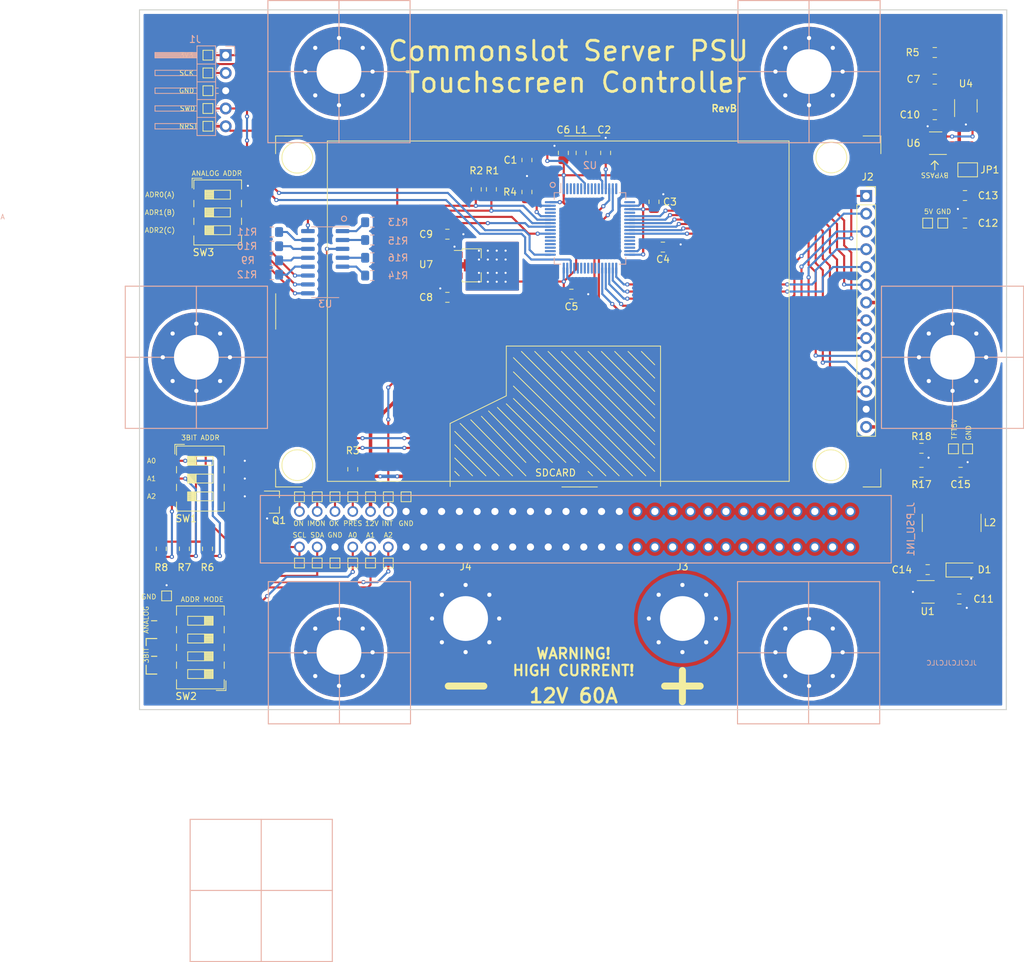
<source format=kicad_pcb>
(kicad_pcb (version 20171130) (host pcbnew 5.1.6-c6e7f7d~87~ubuntu18.04.1)
  (title_block (rev B))
  (layers (0 F.Cu signal) (31 B.Cu signal) (34 B.Paste user) (35 F.Paste user) (36 B.SilkS user) (37 F.SilkS user) (38 B.Mask user) (39 F.Mask user) (44 Edge.Cuts user))
  (net 0 "")
  (net 1 /HighVoltageControl/MCU_3V3)
  (net 2 /MCU/AVDD)
  (net 3 GNDS)
  (net 4 /OutputConnectors/PSU_VBUS)
  (net 5 /PSUConnector/PSU_INT)
  (net 6 /HighVoltageControl/PSU_12VSB)
  (net 7 /HighVoltageControl/PSU_PRES)
  (net 8 /MCU/MCU_PSOK)
  (net 9 /MCU/MCU_IMON)
  (net 10 /HighVoltageControl/PSU_ON)
  (net 11 /PSUConnector/PSU_SDA)
  (net 12 /PSUConnector/PSU_ADDR2)
  (net 13 /PSUConnector/PSU_ADDR1)
  (net 14 /PSUConnector/PSU_ADDR0)
  (net 15 /PSUConnector/PSU_SCL)
  (net 16 "Net-(R4-Pad1)")
  (net 17 "Net-(U2-Pad62)")
  (net 18 "Net-(U2-Pad61)")
  (net 19 "Net-(U2-Pad56)")
  (net 20 "Net-(U2-Pad54)")
  (net 21 "Net-(U2-Pad52)")
  (net 22 "Net-(U2-Pad51)")
  (net 23 "Net-(U2-Pad50)")
  (net 24 /MCU/SWCLK)
  (net 25 /MCU/SWDIO)
  (net 26 "Net-(U2-Pad45)")
  (net 27 "Net-(U2-Pad44)")
  (net 28 "Net-(U2-Pad43)")
  (net 29 "Net-(U2-Pad42)")
  (net 30 "Net-(U2-Pad41)")
  (net 31 "Net-(U2-Pad40)")
  (net 32 "Net-(U2-Pad39)")
  (net 33 "Net-(U2-Pad38)")
  (net 34 /MCU/TFT_DC)
  (net 35 /MCU/TFT_RST)
  (net 36 /MCU/TFT_CS)
  (net 37 /MCU/TFT_MOSI)
  (net 38 /MCU/TFT_MISO)
  (net 39 /MCU/TFT_SCK)
  (net 40 "Net-(U2-Pad20)")
  (net 41 "Net-(U2-Pad17)")
  (net 42 "Net-(U2-Pad11)")
  (net 43 "Net-(U2-Pad10)")
  (net 44 "Net-(U2-Pad9)")
  (net 45 "Net-(U2-Pad8)")
  (net 46 /MCU/NRST)
  (net 47 "Net-(U2-Pad6)")
  (net 48 "Net-(U2-Pad5)")
  (net 49 "Net-(U2-Pad53)")
  (net 50 "Net-(U2-Pad30)")
  (net 51 "Net-(U2-Pad29)")
  (net 52 "Net-(U2-Pad28)")
  (net 53 "Net-(U2-Pad27)")
  (net 54 "Net-(C7-Pad2)")
  (net 55 /MCU/TFTRST_5V)
  (net 56 /MCU/TS_IRQ)
  (net 57 /MCU/TS_MISO)
  (net 58 /MCU/TS_MOSI)
  (net 59 /MCU/TS_CS)
  (net 60 /MCU/TS_SCK)
  (net 61 /MCU/TFT_DelayedReset/TFT_VDD_OUT)
  (net 62 /HighVoltageControl/MCU_SW_IN)
  (net 63 "Net-(R5-Pad2)")
  (net 64 "Net-(U6-Pad1)")
  (net 65 "Net-(C14-Pad2)")
  (net 66 "Net-(C14-Pad1)")
  (net 67 "Net-(R9-Pad1)")
  (net 68 "Net-(R10-Pad1)")
  (net 69 "Net-(R11-Pad1)")
  (net 70 "Net-(R12-Pad1)")
  (net 71 "Net-(R13-Pad1)")
  (net 72 "Net-(R14-Pad1)")
  (net 73 "Net-(R15-Pad1)")
  (net 74 "Net-(R16-Pad1)")
  (net 75 "Net-(R17-Pad1)")
  (net 76 "Net-(U2-Pad4)")
  (net 77 "Net-(U2-Pad3)")
  (net 78 "Net-(U2-Pad2)")
  (net 79 "Net-(R6-Pad2)")
  (net 80 "Net-(R7-Pad2)")
  (net 81 "Net-(R8-Pad2)")
  (net 82 "Net-(SW2-Pad5)")
  (net 83 "Net-(SW3-Pad3)")
  (net 84 "Net-(SW3-Pad2)")
  (net 85 "Net-(SW3-Pad1)")
  (net 86 "Net-(U2-Pad16)")
  (module ILI9341_TFTLCD:ILI9341_ResitiveTouch_TFTLCD_2.8inch_85mm_50mm_FrontMount (layer F.Cu) (at 203.2762 86.1568)
    (fp_text reference J2 (at 0.2286 -19.2278) (layer F.SilkS))
    (fp_text value Conn_01x14)
    (fp_text user SDCARD (at -44.3738 23.0632) (layer F.SilkS))
    (pad "" np_thru_hole circle (at -4.953 -21.9964) (size 4.2 4.2) (drill 4.2) (layers *.Cu *.Mask))
    (pad 8 thru_hole oval (at 0.0254 -1.27) (size 1.7 1.7) (drill 1) (layers *.Cu *.Mask) (net 61 /MCU/TFT_DelayedReset/TFT_VDD_OUT))
    (pad 1 thru_hole oval (at 0.0254 16.51) (size 1.7 1.7) (drill 1) (layers *.Cu *.Mask) (net 61 /MCU/TFT_DelayedReset/TFT_VDD_OUT))
    (pad 9 thru_hole oval (at 0.0254 -3.81) (size 1.7 1.7) (drill 1) (layers *.Cu *.Mask) (net 38 /MCU/TFT_MISO))
    (pad 12 thru_hole oval (at 0.0254 -11.43) (size 1.7 1.7) (drill 1) (layers *.Cu *.Mask) (net 58 /MCU/TS_MOSI))
    (pad "" np_thru_hole circle (at -81.28 21.971) (size 4.2 4.2) (drill 4.2) (layers *.Cu *.Mask))
    (pad 3 thru_hole oval (at 0.0254 11.43) (size 1.7 1.7) (drill 1) (layers *.Cu *.Mask) (net 36 /MCU/TFT_CS))
    (pad "" np_thru_hole circle (at -5.0292 21.971) (size 4.2 4.2) (drill 4.2) (layers *.Cu *.Mask))
    (pad 5 thru_hole oval (at 0.0254 6.35) (size 1.7 1.7) (drill 1) (layers *.Cu *.Mask) (net 34 /MCU/TFT_DC))
    (pad 7 thru_hole oval (at 0.0254 1.27) (size 1.7 1.7) (drill 1) (layers *.Cu *.Mask) (net 39 /MCU/TFT_SCK))
    (pad 14 thru_hole rect (at 0.0254 -16.51) (size 1.7 1.7) (drill 1) (layers *.Cu *.Mask) (net 56 /MCU/TS_IRQ))
    (pad 2 thru_hole oval (at 0.0254 13.97) (size 1.7 1.7) (drill 1) (layers *.Cu *.Mask) (net 3 GNDS))
    (pad "" np_thru_hole circle (at -81.28 -21.971) (size 4.2 4.2) (drill 4.2) (layers *.Cu *.Mask))
    (pad 13 thru_hole oval (at 0.0254 -13.97) (size 1.7 1.7) (drill 1) (layers *.Cu *.Mask) (net 57 /MCU/TS_MISO))
    (pad 10 thru_hole oval (at 0.0254 -6.35) (size 1.7 1.7) (drill 1) (layers *.Cu *.Mask) (net 60 /MCU/TS_SCK))
    (pad 6 thru_hole oval (at 0.0254 3.81) (size 1.7 1.7) (drill 1) (layers *.Cu *.Mask) (net 37 /MCU/TFT_MOSI))
    (pad 4 thru_hole oval (at 0.0254 8.89) (size 1.7 1.7) (drill 1) (layers *.Cu *.Mask) (net 35 /MCU/TFT_RST))
    (pad 11 thru_hole oval (at 0.0254 -8.89) (size 1.7 1.7) (drill 1) (layers *.Cu *.Mask) (net 59 /MCU/TS_CS))
  )
  (module MountingHole:MountingHole_6.4mm_M6_Pad_Via (layer F.Cu) (at 146.05 130.048)
    (fp_text reference J4 (at 0 -7.4) (layer F.SilkS))
    (fp_text value Conn_01x01)
    (pad 1 thru_hole circle (at 3.394113 -3.394113) (size 0.9 0.9) (drill 0.6) (layers *.Cu *.Mask) (net 3 GNDS))
    (pad 1 thru_hole circle (at 0 -4.8) (size 0.9 0.9) (drill 0.6) (layers *.Cu *.Mask) (net 3 GNDS))
    (pad 1 thru_hole circle (at -3.394113 -3.394113) (size 0.9 0.9) (drill 0.6) (layers *.Cu *.Mask) (net 3 GNDS))
    (pad 1 thru_hole circle (at -4.8 0) (size 0.9 0.9) (drill 0.6) (layers *.Cu *.Mask) (net 3 GNDS))
    (pad 1 thru_hole circle (at -3.394113 3.394113) (size 0.9 0.9) (drill 0.6) (layers *.Cu *.Mask) (net 3 GNDS))
    (pad 1 thru_hole circle (at 0 4.8) (size 0.9 0.9) (drill 0.6) (layers *.Cu *.Mask) (net 3 GNDS))
    (pad 1 thru_hole circle (at 3.394113 3.394113) (size 0.9 0.9) (drill 0.6) (layers *.Cu *.Mask) (net 3 GNDS))
    (pad 1 thru_hole circle (at 4.8 0) (size 0.9 0.9) (drill 0.6) (layers *.Cu *.Mask) (net 3 GNDS))
    (pad 1 thru_hole circle (at 0 0) (size 12.8 12.8) (drill 6.4) (layers *.Cu *.Mask) (net 3 GNDS))
  )
  (module MountingHole:MountingHole_6.4mm_M6_Pad_Via (layer F.Cu) (at 177.038 130.048)
    (fp_text reference J3 (at 0 -7.4) (layer F.SilkS))
    (fp_text value Conn_01x01)
    (pad 1 thru_hole circle (at 3.394113 -3.394113) (size 0.9 0.9) (drill 0.6) (layers *.Cu *.Mask) (net 4 /OutputConnectors/PSU_VBUS))
    (pad 1 thru_hole circle (at 0 -4.8) (size 0.9 0.9) (drill 0.6) (layers *.Cu *.Mask) (net 4 /OutputConnectors/PSU_VBUS))
    (pad 1 thru_hole circle (at -3.394113 -3.394113) (size 0.9 0.9) (drill 0.6) (layers *.Cu *.Mask) (net 4 /OutputConnectors/PSU_VBUS))
    (pad 1 thru_hole circle (at -4.8 0) (size 0.9 0.9) (drill 0.6) (layers *.Cu *.Mask) (net 4 /OutputConnectors/PSU_VBUS))
    (pad 1 thru_hole circle (at -3.394113 3.394113) (size 0.9 0.9) (drill 0.6) (layers *.Cu *.Mask) (net 4 /OutputConnectors/PSU_VBUS))
    (pad 1 thru_hole circle (at 0 4.8) (size 0.9 0.9) (drill 0.6) (layers *.Cu *.Mask) (net 4 /OutputConnectors/PSU_VBUS))
    (pad 1 thru_hole circle (at 3.394113 3.394113) (size 0.9 0.9) (drill 0.6) (layers *.Cu *.Mask) (net 4 /OutputConnectors/PSU_VBUS))
    (pad 1 thru_hole circle (at 4.8 0) (size 0.9 0.9) (drill 0.6) (layers *.Cu *.Mask) (net 4 /OutputConnectors/PSU_VBUS))
    (pad 1 thru_hole circle (at 0 0) (size 12.8 12.8) (drill 6.4) (layers *.Cu *.Mask) (net 4 /OutputConnectors/PSU_VBUS))
  )
  (module MountingHole:MountingHole_6.4mm_M6_Pad_Via (layer F.Cu) (at 215.646 92.71)
    (fp_text reference REF** hide)
    (fp_text value MountingHole_6.4mm_M6_Pad_Via)
    (pad 1 thru_hole circle (at 0 0) (size 12.8 12.8) (drill 6.4) (layers *.Cu *.Mask))
    (pad 1 thru_hole circle (at 4.8 0) (size 0.9 0.9) (drill 0.6) (layers *.Cu *.Mask))
    (pad 1 thru_hole circle (at 3.394113 3.394113) (size 0.9 0.9) (drill 0.6) (layers *.Cu *.Mask))
    (pad 1 thru_hole circle (at 0 4.8) (size 0.9 0.9) (drill 0.6) (layers *.Cu *.Mask))
    (pad 1 thru_hole circle (at -3.394113 3.394113) (size 0.9 0.9) (drill 0.6) (layers *.Cu *.Mask))
    (pad 1 thru_hole circle (at -4.8 0) (size 0.9 0.9) (drill 0.6) (layers *.Cu *.Mask))
    (pad 1 thru_hole circle (at -3.394113 -3.394113) (size 0.9 0.9) (drill 0.6) (layers *.Cu *.Mask))
    (pad 1 thru_hole circle (at 0 -4.8) (size 0.9 0.9) (drill 0.6) (layers *.Cu *.Mask))
    (pad 1 thru_hole circle (at 3.394113 -3.394113) (size 0.9 0.9) (drill 0.6) (layers *.Cu *.Mask))
  )
  (module MountingHole:MountingHole_6.4mm_M6_Pad_Via (layer F.Cu) (at 107.569 92.71)
    (fp_text reference REF** hide)
    (fp_text value MountingHole_6.4mm_M6_Pad_Via)
    (pad 1 thru_hole circle (at 0 0) (size 12.8 12.8) (drill 6.4) (layers *.Cu *.Mask))
    (pad 1 thru_hole circle (at 4.8 0) (size 0.9 0.9) (drill 0.6) (layers *.Cu *.Mask))
    (pad 1 thru_hole circle (at 3.394113 3.394113) (size 0.9 0.9) (drill 0.6) (layers *.Cu *.Mask))
    (pad 1 thru_hole circle (at 0 4.8) (size 0.9 0.9) (drill 0.6) (layers *.Cu *.Mask))
    (pad 1 thru_hole circle (at -3.394113 3.394113) (size 0.9 0.9) (drill 0.6) (layers *.Cu *.Mask))
    (pad 1 thru_hole circle (at -4.8 0) (size 0.9 0.9) (drill 0.6) (layers *.Cu *.Mask))
    (pad 1 thru_hole circle (at -3.394113 -3.394113) (size 0.9 0.9) (drill 0.6) (layers *.Cu *.Mask))
    (pad 1 thru_hole circle (at 0 -4.8) (size 0.9 0.9) (drill 0.6) (layers *.Cu *.Mask))
    (pad 1 thru_hole circle (at 3.394113 -3.394113) (size 0.9 0.9) (drill 0.6) (layers *.Cu *.Mask))
  )
  (module MountingHole:MountingHole_6.4mm_M6_Pad_Via (layer F.Cu) (at 127.9525 134.874)
    (fp_text reference REF** hide)
    (fp_text value MountingHole_6.4mm_M6_Pad_Via)
    (pad 1 thru_hole circle (at 0 0) (size 12.8 12.8) (drill 6.4) (layers *.Cu *.Mask))
    (pad 1 thru_hole circle (at 4.8 0) (size 0.9 0.9) (drill 0.6) (layers *.Cu *.Mask))
    (pad 1 thru_hole circle (at 3.394113 3.394113) (size 0.9 0.9) (drill 0.6) (layers *.Cu *.Mask))
    (pad 1 thru_hole circle (at 0 4.8) (size 0.9 0.9) (drill 0.6) (layers *.Cu *.Mask))
    (pad 1 thru_hole circle (at -3.394113 3.394113) (size 0.9 0.9) (drill 0.6) (layers *.Cu *.Mask))
    (pad 1 thru_hole circle (at -4.8 0) (size 0.9 0.9) (drill 0.6) (layers *.Cu *.Mask))
    (pad 1 thru_hole circle (at -3.394113 -3.394113) (size 0.9 0.9) (drill 0.6) (layers *.Cu *.Mask))
    (pad 1 thru_hole circle (at 0 -4.8) (size 0.9 0.9) (drill 0.6) (layers *.Cu *.Mask))
    (pad 1 thru_hole circle (at 3.394113 -3.394113) (size 0.9 0.9) (drill 0.6) (layers *.Cu *.Mask))
  )
  (module MountingHole:MountingHole_6.4mm_M6_Pad_Via (layer F.Cu) (at 195.1355 134.874)
    (fp_text reference REF** hide)
    (fp_text value MountingHole_6.4mm_M6_Pad_Via)
    (pad 1 thru_hole circle (at 0 0) (size 12.8 12.8) (drill 6.4) (layers *.Cu *.Mask))
    (pad 1 thru_hole circle (at 4.8 0) (size 0.9 0.9) (drill 0.6) (layers *.Cu *.Mask))
    (pad 1 thru_hole circle (at 3.394113 3.394113) (size 0.9 0.9) (drill 0.6) (layers *.Cu *.Mask))
    (pad 1 thru_hole circle (at 0 4.8) (size 0.9 0.9) (drill 0.6) (layers *.Cu *.Mask))
    (pad 1 thru_hole circle (at -3.394113 3.394113) (size 0.9 0.9) (drill 0.6) (layers *.Cu *.Mask))
    (pad 1 thru_hole circle (at -4.8 0) (size 0.9 0.9) (drill 0.6) (layers *.Cu *.Mask))
    (pad 1 thru_hole circle (at -3.394113 -3.394113) (size 0.9 0.9) (drill 0.6) (layers *.Cu *.Mask))
    (pad 1 thru_hole circle (at 0 -4.8) (size 0.9 0.9) (drill 0.6) (layers *.Cu *.Mask))
    (pad 1 thru_hole circle (at 3.394113 -3.394113) (size 0.9 0.9) (drill 0.6) (layers *.Cu *.Mask))
  )
  (module MountingHole:MountingHole_6.4mm_M6_Pad_Via (layer F.Cu) (at 195.1355 51.8795)
    (fp_text reference REF** hide)
    (fp_text value MountingHole_6.4mm_M6_Pad_Via)
    (pad 1 thru_hole circle (at 0 0) (size 12.8 12.8) (drill 6.4) (layers *.Cu *.Mask))
    (pad 1 thru_hole circle (at 4.8 0) (size 0.9 0.9) (drill 0.6) (layers *.Cu *.Mask))
    (pad 1 thru_hole circle (at 3.394113 3.394113) (size 0.9 0.9) (drill 0.6) (layers *.Cu *.Mask))
    (pad 1 thru_hole circle (at 0 4.8) (size 0.9 0.9) (drill 0.6) (layers *.Cu *.Mask))
    (pad 1 thru_hole circle (at -3.394113 3.394113) (size 0.9 0.9) (drill 0.6) (layers *.Cu *.Mask))
    (pad 1 thru_hole circle (at -4.8 0) (size 0.9 0.9) (drill 0.6) (layers *.Cu *.Mask))
    (pad 1 thru_hole circle (at -3.394113 -3.394113) (size 0.9 0.9) (drill 0.6) (layers *.Cu *.Mask))
    (pad 1 thru_hole circle (at 0 -4.8) (size 0.9 0.9) (drill 0.6) (layers *.Cu *.Mask))
    (pad 1 thru_hole circle (at 3.394113 -3.394113) (size 0.9 0.9) (drill 0.6) (layers *.Cu *.Mask))
  )
  (module MountingHole:MountingHole_6.4mm_M6_Pad_Via (layer F.Cu) (at 127.9525 51.8795)
    (fp_text reference REF** hide)
    (fp_text value MountingHole_6.4mm_M6_Pad_Via)
    (pad 1 thru_hole circle (at 3.394113 -3.394113) (size 0.9 0.9) (drill 0.6) (layers *.Cu *.Mask))
    (pad 1 thru_hole circle (at 0 -4.8) (size 0.9 0.9) (drill 0.6) (layers *.Cu *.Mask))
    (pad 1 thru_hole circle (at -3.394113 -3.394113) (size 0.9 0.9) (drill 0.6) (layers *.Cu *.Mask))
    (pad 1 thru_hole circle (at -4.8 0) (size 0.9 0.9) (drill 0.6) (layers *.Cu *.Mask))
    (pad 1 thru_hole circle (at -3.394113 3.394113) (size 0.9 0.9) (drill 0.6) (layers *.Cu *.Mask))
    (pad 1 thru_hole circle (at 0 4.8) (size 0.9 0.9) (drill 0.6) (layers *.Cu *.Mask))
    (pad 1 thru_hole circle (at 3.394113 3.394113) (size 0.9 0.9) (drill 0.6) (layers *.Cu *.Mask))
    (pad 1 thru_hole circle (at 4.8 0) (size 0.9 0.9) (drill 0.6) (layers *.Cu *.Mask))
    (pad 1 thru_hole circle (at 0 0) (size 12.8 12.8) (drill 6.4) (layers *.Cu *.Mask))
  )
  (module TestPoint:TestPoint_Pad_1.0x1.0mm (layer F.Cu) (at 103.3145 126.8095)
    (fp_text reference TP24 hide)
    (fp_text value TestPoint)
    (pad 1 smd rect (at 0 0) (size 1 1) (layers F.Cu F.Mask) (net 3 GNDS))
  )
  (module Button_Switch_SMD:SW_DIP_SPSTx03_Slide_6.7x9.18mm_W8.61mm_P2.54mm_LowProfile (layer F.Cu) (at 108.1405 110.0455)
    (fp_text reference SW1 (at -2.032 5.715 180) (layer F.SilkS))
    (fp_text value SW_DIP_x03)
    (pad 6 smd rect (at 4.305 -2.54) (size 2.44 1.12) (layers F.Cu F.Paste F.Mask) (net 3 GNDS))
    (pad 3 smd rect (at -4.305 2.54) (size 2.44 1.12) (layers F.Cu F.Paste F.Mask) (net 81 "Net-(R8-Pad2)"))
    (pad 5 smd rect (at 4.305 0) (size 2.44 1.12) (layers F.Cu F.Paste F.Mask) (net 3 GNDS))
    (pad 2 smd rect (at -4.305 0) (size 2.44 1.12) (layers F.Cu F.Paste F.Mask) (net 80 "Net-(R7-Pad2)"))
    (pad 4 smd rect (at 4.305 2.54) (size 2.44 1.12) (layers F.Cu F.Paste F.Mask) (net 3 GNDS))
    (pad 1 smd rect (at -4.305 -2.54) (size 2.44 1.12) (layers F.Cu F.Paste F.Mask) (net 79 "Net-(R6-Pad2)"))
  )
  (module Button_Switch_SMD:SW_DIP_SPSTx03_Slide_6.7x9.18mm_W8.61mm_P2.54mm_LowProfile (layer F.Cu) (at 110.617 72.009)
    (fp_text reference SW3 (at -2.032 5.715) (layer F.SilkS))
    (fp_text value SW_DIP_x03)
    (pad 6 smd rect (at 4.305 -2.54) (size 2.44 1.12) (layers F.Cu F.Paste F.Mask) (net 3 GNDS))
    (pad 3 smd rect (at -4.305 2.54) (size 2.44 1.12) (layers F.Cu F.Paste F.Mask) (net 83 "Net-(SW3-Pad3)"))
    (pad 5 smd rect (at 4.305 0) (size 2.44 1.12) (layers F.Cu F.Paste F.Mask) (net 3 GNDS))
    (pad 2 smd rect (at -4.305 0) (size 2.44 1.12) (layers F.Cu F.Paste F.Mask) (net 84 "Net-(SW3-Pad2)"))
    (pad 4 smd rect (at 4.305 2.54) (size 2.44 1.12) (layers F.Cu F.Paste F.Mask) (net 3 GNDS))
    (pad 1 smd rect (at -4.305 -2.54) (size 2.44 1.12) (layers F.Cu F.Paste F.Mask) (net 85 "Net-(SW3-Pad1)"))
  )
  (module Button_Switch_SMD:SW_DIP_SPSTx04_Slide_6.7x11.72mm_W8.61mm_P2.54mm_LowProfile (layer F.Cu) (at 108.1405 134.1755 180)
    (fp_text reference SW2 (at 2.032 -6.985) (layer F.SilkS))
    (fp_text value SW_DIP_x04)
    (pad 8 smd rect (at 4.305 -3.81 180) (size 2.44 1.12) (layers F.Cu F.Paste F.Mask) (net 79 "Net-(R6-Pad2)"))
    (pad 4 smd rect (at -4.305 3.81 180) (size 2.44 1.12) (layers F.Cu F.Paste F.Mask) (net 12 /PSUConnector/PSU_ADDR2))
    (pad 7 smd rect (at 4.305 -1.27 180) (size 2.44 1.12) (layers F.Cu F.Paste F.Mask) (net 80 "Net-(R7-Pad2)"))
    (pad 3 smd rect (at -4.305 1.27 180) (size 2.44 1.12) (layers F.Cu F.Paste F.Mask) (net 12 /PSUConnector/PSU_ADDR2))
    (pad 6 smd rect (at 4.305 1.27 180) (size 2.44 1.12) (layers F.Cu F.Paste F.Mask) (net 81 "Net-(R8-Pad2)"))
    (pad 2 smd rect (at -4.305 -1.27 180) (size 2.44 1.12) (layers F.Cu F.Paste F.Mask) (net 13 /PSUConnector/PSU_ADDR1))
    (pad 5 smd rect (at 4.305 3.81 180) (size 2.44 1.12) (layers F.Cu F.Paste F.Mask) (net 82 "Net-(SW2-Pad5)"))
    (pad 1 smd rect (at -4.305 -3.81 180) (size 2.44 1.12) (layers F.Cu F.Paste F.Mask) (net 14 /PSUConnector/PSU_ADDR0))
  )
  (module TestPoint:TestPoint_Pad_1.0x1.0mm (layer F.Cu) (at 109.22 57.15)
    (fp_text reference TP23 hide)
    (fp_text value TestPoint)
    (pad 1 smd rect (at 0 0) (size 1 1) (layers F.Cu F.Mask) (net 25 /MCU/SWDIO))
  )
  (module TestPoint:TestPoint_Pad_1.0x1.0mm (layer F.Cu) (at 109.22 52.07)
    (fp_text reference TP22 hide)
    (fp_text value TestPoint)
    (pad 1 smd rect (at 0 0) (size 1 1) (layers F.Cu F.Mask) (net 24 /MCU/SWCLK))
  )
  (module TestPoint:TestPoint_Pad_1.0x1.0mm (layer F.Cu) (at 129.921 112.649 180)
    (fp_text reference TP21 hide)
    (fp_text value TestPoint)
    (pad 1 smd rect (at 0 0 180) (size 1 1) (layers F.Cu F.Mask) (net 7 /HighVoltageControl/PSU_PRES))
  )
  (module TestPoint:TestPoint_Pad_1.0x1.0mm (layer F.Cu) (at 127.381 112.649 180)
    (fp_text reference TP20 hide)
    (fp_text value TestPoint)
    (pad 1 smd rect (at 0 0 180) (size 1 1) (layers F.Cu F.Mask) (net 8 /MCU/MCU_PSOK))
  )
  (module TestPoint:TestPoint_Pad_1.0x1.0mm (layer F.Cu) (at 124.841 112.649 180)
    (fp_text reference TP19 hide)
    (fp_text value TestPoint)
    (pad 1 smd rect (at 0 0 180) (size 1 1) (layers F.Cu F.Mask) (net 9 /MCU/MCU_IMON))
  )
  (module TestPoint:TestPoint_Pad_1.0x1.0mm (layer F.Cu) (at 122.301 112.649 180)
    (fp_text reference TP18 hide)
    (fp_text value TestPoint)
    (pad 1 smd rect (at 0 0 180) (size 1 1) (layers F.Cu F.Mask) (net 10 /HighVoltageControl/PSU_ON))
  )
  (module TestPoint:TestPoint_Pad_1.0x1.0mm (layer F.Cu) (at 135.001 112.649 180)
    (fp_text reference TP17 hide)
    (fp_text value TestPoint)
    (pad 1 smd rect (at 0 0 180) (size 1 1) (layers F.Cu F.Mask) (net 5 /PSUConnector/PSU_INT))
  )
  (module TestPoint:TestPoint_Pad_1.0x1.0mm (layer F.Cu) (at 127.381 122.1105 180)
    (fp_text reference TP16 hide)
    (fp_text value TestPoint)
    (pad 1 smd rect (at 0 0 180) (size 1 1) (layers F.Cu F.Mask) (net 3 GNDS))
  )
  (module TestPoint:TestPoint_Pad_1.0x1.0mm (layer F.Cu) (at 122.301 122.1105 180)
    (fp_text reference TP15 hide)
    (fp_text value TestPoint)
    (pad 1 smd rect (at 0 0 180) (size 1 1) (layers F.Cu F.Mask) (net 15 /PSUConnector/PSU_SCL))
  )
  (module TestPoint:TestPoint_Pad_1.0x1.0mm (layer F.Cu) (at 124.841 122.1105 180)
    (fp_text reference TP14 hide)
    (fp_text value TestPoint)
    (pad 1 smd rect (at 0 0 180) (size 1 1) (layers F.Cu F.Mask) (net 11 /PSUConnector/PSU_SDA))
  )
  (module TestPoint:TestPoint_Pad_1.0x1.0mm (layer F.Cu) (at 129.921 122.1105 180)
    (fp_text reference TP13 hide)
    (fp_text value TestPoint)
    (pad 1 smd rect (at 0 0 180) (size 1 1) (layers F.Cu F.Mask) (net 14 /PSUConnector/PSU_ADDR0))
  )
  (module TestPoint:TestPoint_Pad_1.0x1.0mm (layer F.Cu) (at 132.461 122.1105 180)
    (fp_text reference TP12 hide)
    (fp_text value TestPoint)
    (pad 1 smd rect (at 0 0 180) (size 1 1) (layers F.Cu F.Mask) (net 13 /PSUConnector/PSU_ADDR1))
  )
  (module TestPoint:TestPoint_Pad_1.0x1.0mm (layer F.Cu) (at 135.001 122.1105 180)
    (fp_text reference TP11 hide)
    (fp_text value TestPoint)
    (pad 1 smd rect (at 0 0 180) (size 1 1) (layers F.Cu F.Mask) (net 12 /PSUConnector/PSU_ADDR2))
  )
  (module TestPoint:TestPoint_Pad_1.0x1.0mm (layer F.Cu) (at 109.22 59.69 90)
    (fp_text reference TP9 hide)
    (fp_text value TestPoint)
    (pad 1 smd rect (at 0 0 90) (size 1 1) (layers F.Cu F.Mask) (net 46 /MCU/NRST))
  )
  (module TestPoint:TestPoint_Pad_1.0x1.0mm (layer F.Cu) (at 214.249 73.533)
    (fp_text reference TP8 hide)
    (fp_text value TestPoint)
    (pad 1 smd rect (at 0 0) (size 1 1) (layers F.Cu F.Mask) (net 3 GNDS))
  )
  (module TestPoint:TestPoint_Pad_1.0x1.0mm (layer F.Cu) (at 212.09 73.533)
    (fp_text reference TP7 hide)
    (fp_text value TestPoint)
    (pad 1 smd rect (at 0 0) (size 1 1) (layers F.Cu F.Mask) (net 61 /MCU/TFT_DelayedReset/TFT_VDD_OUT))
  )
  (module TestPoint:TestPoint_Pad_1.0x1.0mm (layer F.Cu) (at 217.805 105.791)
    (fp_text reference TP6 hide)
    (fp_text value TestPoint)
    (pad 1 smd rect (at 0 0) (size 1 1) (layers F.Cu F.Mask) (net 3 GNDS))
  )
  (module TestPoint:TestPoint_Pad_1.0x1.0mm (layer F.Cu) (at 215.773 105.791)
    (fp_text reference TP5 hide)
    (fp_text value TestPoint)
    (pad 1 smd rect (at 0 0) (size 1 1) (layers F.Cu F.Mask) (net 55 /MCU/TFTRST_5V))
  )
  (module TestPoint:TestPoint_Pad_1.0x1.0mm (layer F.Cu) (at 132.461 112.649 180)
    (fp_text reference TP4 hide)
    (fp_text value TestPoint)
    (pad 1 smd rect (at 0 0 180) (size 1 1) (layers F.Cu F.Mask) (net 6 /HighVoltageControl/PSU_12VSB))
  )
  (module TestPoint:TestPoint_Pad_1.0x1.0mm (layer F.Cu) (at 137.541 112.649 180)
    (fp_text reference TP3 hide)
    (fp_text value TestPoint)
    (pad 1 smd rect (at 0 0 180) (size 1 1) (layers F.Cu F.Mask) (net 3 GNDS))
  )
  (module Resistor_SMD:R_0805_2012Metric_Pad1.15x1.40mm_HandSolder (layer F.Cu) (at 129.921 108.712 90)
    (fp_text reference R3 (at 2.667 0 180) (layer F.SilkS))
    (fp_text value 22K)
    (pad 2 smd roundrect (at 1.025 0 90) (size 1.15 1.4) (layers F.Cu F.Paste F.Mask) (roundrect_rratio 0.217391) (net 6 /HighVoltageControl/PSU_12VSB))
    (pad 1 smd roundrect (at -1.025 0 90) (size 1.15 1.4) (layers F.Cu F.Paste F.Mask) (roundrect_rratio 0.217391) (net 7 /HighVoltageControl/PSU_PRES))
  )
  (module TestPoint:TestPoint_Pad_1.0x1.0mm (layer F.Cu) (at 109.22 54.61)
    (fp_text reference TP2 hide)
    (fp_text value TestPoint)
    (pad 1 smd rect (at 0 0) (size 1 1) (layers F.Cu F.Mask) (net 3 GNDS))
  )
  (module TestPoint:TestPoint_Pad_1.0x1.0mm (layer F.Cu) (at 109.22 49.53)
    (fp_text reference TP1 hide)
    (fp_text value TestPoint)
    (pad 1 smd rect (at 0 0) (size 1 1) (layers F.Cu F.Mask) (net 1 /HighVoltageControl/MCU_3V3))
  )
  (module Package_SO:SOIC-16_3.9x9.9mm_P1.27mm (layer B.Cu) (at 125.984 79.121 180)
    (fp_text reference U3 (at 0 -5.969 180) (layer B.SilkS) (effects (justify mirror)))
    (fp_text value 4051)
    (pad 16 smd roundrect (at 2.475 4.445 180) (size 1.95 0.6) (layers B.Cu B.Paste B.Mask) (net 1 /HighVoltageControl/MCU_3V3))
    (pad 15 smd roundrect (at 2.475 3.175 180) (size 1.95 0.6) (layers B.Cu B.Paste B.Mask) (net 69 "Net-(R11-Pad1)"))
    (pad 14 smd roundrect (at 2.475 1.905 180) (size 1.95 0.6) (layers B.Cu B.Paste B.Mask) (net 68 "Net-(R10-Pad1)"))
    (pad 13 smd roundrect (at 2.475 0.635 180) (size 1.95 0.6) (layers B.Cu B.Paste B.Mask) (net 67 "Net-(R9-Pad1)"))
    (pad 12 smd roundrect (at 2.475 -0.635 180) (size 1.95 0.6) (layers B.Cu B.Paste B.Mask) (net 70 "Net-(R12-Pad1)"))
    (pad 11 smd roundrect (at 2.475 -1.905 180) (size 1.95 0.6) (layers B.Cu B.Paste B.Mask) (net 85 "Net-(SW3-Pad1)"))
    (pad 10 smd roundrect (at 2.475 -3.175 180) (size 1.95 0.6) (layers B.Cu B.Paste B.Mask) (net 84 "Net-(SW3-Pad2)"))
    (pad 9 smd roundrect (at 2.475 -4.445 180) (size 1.95 0.6) (layers B.Cu B.Paste B.Mask) (net 83 "Net-(SW3-Pad3)"))
    (pad 8 smd roundrect (at -2.475 -4.445 180) (size 1.95 0.6) (layers B.Cu B.Paste B.Mask) (net 3 GNDS))
    (pad 7 smd roundrect (at -2.475 -3.175 180) (size 1.95 0.6) (layers B.Cu B.Paste B.Mask) (net 3 GNDS))
    (pad 6 smd roundrect (at -2.475 -1.905 180) (size 1.95 0.6) (layers B.Cu B.Paste B.Mask) (net 3 GNDS))
    (pad 5 smd roundrect (at -2.475 -0.635 180) (size 1.95 0.6) (layers B.Cu B.Paste B.Mask) (net 72 "Net-(R14-Pad1)"))
    (pad 4 smd roundrect (at -2.475 0.635 180) (size 1.95 0.6) (layers B.Cu B.Paste B.Mask) (net 74 "Net-(R16-Pad1)"))
    (pad 3 smd roundrect (at -2.475 1.905 180) (size 1.95 0.6) (layers B.Cu B.Paste B.Mask) (net 82 "Net-(SW2-Pad5)"))
    (pad 2 smd roundrect (at -2.475 3.175 180) (size 1.95 0.6) (layers B.Cu B.Paste B.Mask) (net 73 "Net-(R15-Pad1)"))
    (pad 1 smd roundrect (at -2.475 4.445 180) (size 1.95 0.6) (layers B.Cu B.Paste B.Mask) (net 71 "Net-(R13-Pad1)"))
  )
  (module Package_TO_SOT_SMD:SOT-23-6 (layer F.Cu) (at 212.1408 126.238)
    (fp_text reference U1 (at -0.0508 2.794) (layer F.SilkS))
    (fp_text value LMR14206)
    (pad 5 smd rect (at 1.1 0) (size 1.06 0.65) (layers F.Cu F.Paste F.Mask) (net 6 /HighVoltageControl/PSU_12VSB))
    (pad 6 smd rect (at 1.1 -0.95) (size 1.06 0.65) (layers F.Cu F.Paste F.Mask) (net 66 "Net-(C14-Pad1)"))
    (pad 4 smd rect (at 1.1 0.95) (size 1.06 0.65) (layers F.Cu F.Paste F.Mask) (net 6 /HighVoltageControl/PSU_12VSB))
    (pad 3 smd rect (at -1.1 0.95) (size 1.06 0.65) (layers F.Cu F.Paste F.Mask) (net 75 "Net-(R17-Pad1)"))
    (pad 2 smd rect (at -1.1 0) (size 1.06 0.65) (layers F.Cu F.Paste F.Mask) (net 3 GNDS))
    (pad 1 smd rect (at -1.1 -0.95) (size 1.06 0.65) (layers F.Cu F.Paste F.Mask) (net 65 "Net-(C14-Pad2)"))
  )
  (module Resistor_SMD:R_0805_2012Metric_Pad1.15x1.40mm_HandSolder (layer F.Cu) (at 211.201 105.7148 180)
    (fp_text reference R18 (at 0 1.7018) (layer F.SilkS))
    (fp_text value 1K)
    (pad 2 smd roundrect (at 1.025 0 180) (size 1.15 1.4) (layers F.Cu F.Paste F.Mask) (roundrect_rratio 0.217391) (net 75 "Net-(R17-Pad1)"))
    (pad 1 smd roundrect (at -1.025 0 180) (size 1.15 1.4) (layers F.Cu F.Paste F.Mask) (roundrect_rratio 0.217391) (net 3 GNDS))
  )
  (module Resistor_SMD:R_0805_2012Metric_Pad1.15x1.40mm_HandSolder (layer F.Cu) (at 211.201 109.1438)
    (fp_text reference R17 (at 0 1.7272) (layer F.SilkS))
    (fp_text value 5.6K)
    (pad 2 smd roundrect (at 1.025 0) (size 1.15 1.4) (layers F.Cu F.Paste F.Mask) (roundrect_rratio 0.217391) (net 55 /MCU/TFTRST_5V))
    (pad 1 smd roundrect (at -1.025 0) (size 1.15 1.4) (layers F.Cu F.Paste F.Mask) (roundrect_rratio 0.217391) (net 75 "Net-(R17-Pad1)"))
  )
  (module Resistor_SMD:R_0805_2012Metric_Pad1.15x1.40mm_HandSolder (layer B.Cu) (at 132.715 78.486)
    (fp_text reference R16 (at 3.683 0 -180) (layer B.SilkS) (effects (justify mirror)))
    (fp_text value 100K)
    (pad 2 smd roundrect (at 1.025 0) (size 1.15 1.4) (layers B.Cu B.Paste B.Mask) (roundrect_rratio 0.217391) (net 3 GNDS))
    (pad 1 smd roundrect (at -1.025 0) (size 1.15 1.4) (layers B.Cu B.Paste B.Mask) (roundrect_rratio 0.217391) (net 74 "Net-(R16-Pad1)"))
  )
  (module Resistor_SMD:R_0805_2012Metric_Pad1.15x1.40mm_HandSolder (layer B.Cu) (at 132.715 75.946)
    (fp_text reference R15 (at 3.683 0.127 -180) (layer B.SilkS) (effects (justify mirror)))
    (fp_text value 47K)
    (pad 2 smd roundrect (at 1.025 0) (size 1.15 1.4) (layers B.Cu B.Paste B.Mask) (roundrect_rratio 0.217391) (net 3 GNDS))
    (pad 1 smd roundrect (at -1.025 0) (size 1.15 1.4) (layers B.Cu B.Paste B.Mask) (roundrect_rratio 0.217391) (net 73 "Net-(R15-Pad1)"))
  )
  (module Resistor_SMD:R_0805_2012Metric_Pad1.15x1.40mm_HandSolder (layer B.Cu) (at 132.715 81.026)
    (fp_text reference R14 (at 3.683 0 180) (layer B.SilkS) (effects (justify mirror)))
    (fp_text value 22K)
    (pad 2 smd roundrect (at 1.025 0) (size 1.15 1.4) (layers B.Cu B.Paste B.Mask) (roundrect_rratio 0.217391) (net 3 GNDS))
    (pad 1 smd roundrect (at -1.025 0) (size 1.15 1.4) (layers B.Cu B.Paste B.Mask) (roundrect_rratio 0.217391) (net 72 "Net-(R14-Pad1)"))
  )
  (module Resistor_SMD:R_0805_2012Metric_Pad1.15x1.40mm_HandSolder (layer B.Cu) (at 132.715 73.406)
    (fp_text reference R13 (at 3.683 0 -180) (layer B.SilkS) (effects (justify mirror)))
    (fp_text value 13K)
    (pad 2 smd roundrect (at 1.025 0) (size 1.15 1.4) (layers B.Cu B.Paste B.Mask) (roundrect_rratio 0.217391) (net 3 GNDS))
    (pad 1 smd roundrect (at -1.025 0) (size 1.15 1.4) (layers B.Cu B.Paste B.Mask) (roundrect_rratio 0.217391) (net 71 "Net-(R13-Pad1)"))
  )
  (module Resistor_SMD:R_0805_2012Metric_Pad1.15x1.40mm_HandSolder (layer B.Cu) (at 118.364 80.899 180)
    (fp_text reference R12 (at 3.556 0 180) (layer B.SilkS) (effects (justify mirror)))
    (fp_text value 7K5)
    (pad 2 smd roundrect (at 1.025 0 180) (size 1.15 1.4) (layers B.Cu B.Paste B.Mask) (roundrect_rratio 0.217391) (net 3 GNDS))
    (pad 1 smd roundrect (at -1.025 0 180) (size 1.15 1.4) (layers B.Cu B.Paste B.Mask) (roundrect_rratio 0.217391) (net 70 "Net-(R12-Pad1)"))
  )
  (module Resistor_SMD:R_0805_2012Metric_Pad1.15x1.40mm_HandSolder (layer B.Cu) (at 118.364 74.803 180)
    (fp_text reference R11 (at 3.556 0 180) (layer B.SilkS) (effects (justify mirror)))
    (fp_text value 4K6)
    (pad 2 smd roundrect (at 1.025 0 180) (size 1.15 1.4) (layers B.Cu B.Paste B.Mask) (roundrect_rratio 0.217391) (net 3 GNDS))
    (pad 1 smd roundrect (at -1.025 0 180) (size 1.15 1.4) (layers B.Cu B.Paste B.Mask) (roundrect_rratio 0.217391) (net 69 "Net-(R11-Pad1)"))
  )
  (module Resistor_SMD:R_0805_2012Metric_Pad1.15x1.40mm_HandSolder (layer B.Cu) (at 118.364 76.835 180)
    (fp_text reference R10 (at 3.556 0 180) (layer B.SilkS) (effects (justify mirror)))
    (fp_text value 2K2)
    (pad 2 smd roundrect (at 1.025 0 180) (size 1.15 1.4) (layers B.Cu B.Paste B.Mask) (roundrect_rratio 0.217391) (net 3 GNDS))
    (pad 1 smd roundrect (at -1.025 0 180) (size 1.15 1.4) (layers B.Cu B.Paste B.Mask) (roundrect_rratio 0.217391) (net 68 "Net-(R10-Pad1)"))
  )
  (module Resistor_SMD:R_0805_2012Metric_Pad1.15x1.40mm_HandSolder (layer B.Cu) (at 118.364 78.867 180)
    (fp_text reference R9 (at 3.429 0 180) (layer B.SilkS) (effects (justify mirror)))
    (fp_text value 0R)
    (pad 2 smd roundrect (at 1.025 0 180) (size 1.15 1.4) (layers B.Cu B.Paste B.Mask) (roundrect_rratio 0.217391) (net 3 GNDS))
    (pad 1 smd roundrect (at -1.025 0 180) (size 1.15 1.4) (layers B.Cu B.Paste B.Mask) (roundrect_rratio 0.217391) (net 67 "Net-(R9-Pad1)"))
  )
  (module Resistor_SMD:R_0805_2012Metric_Pad1.15x1.40mm_HandSolder (layer F.Cu) (at 102.5525 120.0875 270)
    (fp_text reference R8 (at 2.658 0 180) (layer F.SilkS))
    (fp_text value 4K7)
    (pad 2 smd roundrect (at 1.025 0 270) (size 1.15 1.4) (layers F.Cu F.Paste F.Mask) (roundrect_rratio 0.217391) (net 81 "Net-(R8-Pad2)"))
    (pad 1 smd roundrect (at -1.025 0 270) (size 1.15 1.4) (layers F.Cu F.Paste F.Mask) (roundrect_rratio 0.217391) (net 1 /HighVoltageControl/MCU_3V3))
  )
  (module Resistor_SMD:R_0805_2012Metric_Pad1.15x1.40mm_HandSolder (layer F.Cu) (at 105.8545 120.0785 270)
    (fp_text reference R7 (at 2.667 0 180) (layer F.SilkS))
    (fp_text value 4K7)
    (pad 2 smd roundrect (at 1.025 0 270) (size 1.15 1.4) (layers F.Cu F.Paste F.Mask) (roundrect_rratio 0.217391) (net 80 "Net-(R7-Pad2)"))
    (pad 1 smd roundrect (at -1.025 0 270) (size 1.15 1.4) (layers F.Cu F.Paste F.Mask) (roundrect_rratio 0.217391) (net 1 /HighVoltageControl/MCU_3V3))
  )
  (module Resistor_SMD:R_0805_2012Metric_Pad1.15x1.40mm_HandSolder (layer F.Cu) (at 109.1565 120.0785 270)
    (fp_text reference R6 (at 2.667 0 180) (layer F.SilkS))
    (fp_text value 4K7)
    (pad 2 smd roundrect (at 1.025 0 270) (size 1.15 1.4) (layers F.Cu F.Paste F.Mask) (roundrect_rratio 0.217391) (net 79 "Net-(R6-Pad2)"))
    (pad 1 smd roundrect (at -1.025 0 270) (size 1.15 1.4) (layers F.Cu F.Paste F.Mask) (roundrect_rratio 0.217391) (net 1 /HighVoltageControl/MCU_3V3))
  )
  (module Inductor_SMD:L_Bourns-SRN8040_8x8.15mm (layer F.Cu) (at 215.519 116.3828 90)
    (fp_text reference L2 (at 0.0508 5.461 180) (layer F.SilkS))
    (fp_text value "18uH 150mOhm")
    (pad 2 smd rect (at 2.8 0 90) (size 2.6 8.2) (layers F.Cu F.Paste F.Mask) (net 55 /MCU/TFTRST_5V))
    (pad 1 smd rect (at -2.8 0 90) (size 2.6 8.2) (layers F.Cu F.Paste F.Mask) (net 66 "Net-(C14-Pad1)"))
  )
  (module Connector_PinHeader_2.54mm:PinHeader_1x05_P2.54mm_Horizontal (layer B.Cu) (at 111.76 49.53 180)
    (fp_text reference J1 (at 4.385 2.27) (layer B.SilkS) (effects (justify mirror)))
    (fp_text value Conn_01x05)
    (pad 5 thru_hole oval (at 0 -10.16 180) (size 1.7 1.7) (drill 1) (layers *.Cu *.Mask) (net 46 /MCU/NRST))
    (pad 4 thru_hole oval (at 0 -7.62 180) (size 1.7 1.7) (drill 1) (layers *.Cu *.Mask) (net 25 /MCU/SWDIO))
    (pad 3 thru_hole oval (at 0 -5.08 180) (size 1.7 1.7) (drill 1) (layers *.Cu *.Mask) (net 3 GNDS))
    (pad 2 thru_hole oval (at 0 -2.54 180) (size 1.7 1.7) (drill 1) (layers *.Cu *.Mask) (net 24 /MCU/SWCLK))
    (pad 1 thru_hole rect (at 0 0 180) (size 1.7 1.7) (drill 1) (layers *.Cu *.Mask) (net 1 /HighVoltageControl/MCU_3V3))
  )
  (module Diode_SMD:D_SOD-123F (layer F.Cu) (at 216.916 123.1138)
    (fp_text reference D1 (at 3.302 -0.0508) (layer F.SilkS))
    (fp_text value SS14L)
    (pad 2 smd rect (at 1.4 0) (size 1.1 1.1) (layers F.Cu F.Paste F.Mask) (net 3 GNDS))
    (pad 1 smd rect (at -1.4 0) (size 1.1 1.1) (layers F.Cu F.Paste F.Mask) (net 66 "Net-(C14-Pad1)"))
  )
  (module Capacitor_SMD:C_0805_2012Metric_Pad1.15x1.40mm_HandSolder (layer F.Cu) (at 216.789 109.1438 180)
    (fp_text reference C15 (at 0 -1.7272) (layer F.SilkS))
    (fp_text value "33uF X5R 10V")
    (pad 2 smd roundrect (at 1.025 0 180) (size 1.15 1.4) (layers F.Cu F.Paste F.Mask) (roundrect_rratio 0.217391) (net 55 /MCU/TFTRST_5V))
    (pad 1 smd roundrect (at -1.025 0 180) (size 1.15 1.4) (layers F.Cu F.Paste F.Mask) (roundrect_rratio 0.217391) (net 3 GNDS))
  )
  (module Capacitor_SMD:C_0805_2012Metric_Pad1.15x1.40mm_HandSolder (layer F.Cu) (at 212.09 123.063 180)
    (fp_text reference C14 (at 3.683 0) (layer F.SilkS))
    (fp_text value 200nF)
    (pad 2 smd roundrect (at 1.025 0 180) (size 1.15 1.4) (layers F.Cu F.Paste F.Mask) (roundrect_rratio 0.217391) (net 65 "Net-(C14-Pad2)"))
    (pad 1 smd roundrect (at -1.025 0 180) (size 1.15 1.4) (layers F.Cu F.Paste F.Mask) (roundrect_rratio 0.217391) (net 66 "Net-(C14-Pad1)"))
  )
  (module Capacitor_SMD:C_0805_2012Metric_Pad1.15x1.40mm_HandSolder (layer F.Cu) (at 216.6112 127.254)
    (fp_text reference C11 (at 3.4798 0) (layer F.SilkS))
    (fp_text value "4.7uF X5R 25V")
    (pad 2 smd roundrect (at 1.025 0) (size 1.15 1.4) (layers F.Cu F.Paste F.Mask) (roundrect_rratio 0.217391) (net 3 GNDS))
    (pad 1 smd roundrect (at -1.025 0) (size 1.15 1.4) (layers F.Cu F.Paste F.Mask) (roundrect_rratio 0.217391) (net 6 /HighVoltageControl/PSU_12VSB))
  )
  (module Jumper:SolderJumper-2_P1.3mm_Open_Pad1.0x1.5mm (layer F.Cu) (at 217.805 65.913 180)
    (fp_text reference JP1 (at -3.175 0) (layer F.SilkS))
    (fp_text value Jumper_NO_Small)
    (pad 1 smd rect (at -0.65 0 180) (size 1 1.5) (layers F.Cu F.Mask) (net 55 /MCU/TFTRST_5V))
    (pad 2 smd rect (at 0.65 0 180) (size 1 1.5) (layers F.Cu F.Mask) (net 61 /MCU/TFT_DelayedReset/TFT_VDD_OUT))
  )
  (module Package_TO_SOT_SMD:SOT-89-3_Handsoldering (layer F.Cu) (at 146.6215 79.5655)
    (fp_text reference U7 (at -6.223 -0.127) (layer F.SilkS))
    (fp_text value AZ1117CR-3.3)
    (pad 2 smd custom (at -2.0625 0) (size 2.475 0.9) (layers F.Cu F.Paste F.Mask) (net 1 /HighVoltageControl/MCU_3V3) (options (clearance outline) (anchor rect)) (primitives (gr_poly (pts (xy 1.2375 -0.8665) (xy 5.3625 -0.8665) (xy 5.3625 0.8665) (xy 1.2375 0.8665)) (width 0))))
    (pad 3 smd rect (at -2.15 1.5) (size 2.3 0.9) (layers F.Cu F.Paste F.Mask) (net 6 /HighVoltageControl/PSU_12VSB))
    (pad 1 smd rect (at -2.15 -1.5) (size 2.3 0.9) (layers F.Cu F.Paste F.Mask) (net 3 GNDS))
  )
  (module Package_TO_SOT_SMD:SOT-23-5 (layer F.Cu) (at 213.233 62.103 180)
    (fp_text reference U6 (at 3.175 0) (layer F.SilkS))
    (fp_text value MCP1415)
    (pad 5 smd rect (at 1.1 -0.95 180) (size 1.06 0.65) (layers F.Cu F.Paste F.Mask) (net 61 /MCU/TFT_DelayedReset/TFT_VDD_OUT))
    (pad 4 smd rect (at 1.1 0.95 180) (size 1.06 0.65) (layers F.Cu F.Paste F.Mask) (net 3 GNDS))
    (pad 3 smd rect (at -1.1 0.95 180) (size 1.06 0.65) (layers F.Cu F.Paste F.Mask) (net 63 "Net-(R5-Pad2)"))
    (pad 2 smd rect (at -1.1 0 180) (size 1.06 0.65) (layers F.Cu F.Paste F.Mask) (net 55 /MCU/TFTRST_5V))
    (pad 1 smd rect (at -1.1 -0.95 180) (size 1.06 0.65) (layers F.Cu F.Paste F.Mask) (net 64 "Net-(U6-Pad1)"))
  )
  (module Package_TO_SOT_SMD:SOT-23-5_HandSoldering (layer F.Cu) (at 217.551 56.769 90)
    (fp_text reference U4 (at 3.175 0 180) (layer F.SilkS))
    (fp_text value MIC1555-YM5)
    (pad 5 smd rect (at 1.35 -0.95 90) (size 1.56 0.65) (layers F.Cu F.Paste F.Mask) (net 54 "Net-(C7-Pad2)"))
    (pad 4 smd rect (at 1.35 0.95 90) (size 1.56 0.65) (layers F.Cu F.Paste F.Mask) (net 46 /MCU/NRST))
    (pad 3 smd rect (at -1.35 0.95 90) (size 1.56 0.65) (layers F.Cu F.Paste F.Mask) (net 63 "Net-(R5-Pad2)"))
    (pad 2 smd rect (at -1.35 0 90) (size 1.56 0.65) (layers F.Cu F.Paste F.Mask) (net 3 GNDS))
    (pad 1 smd rect (at -1.35 -0.95 90) (size 1.56 0.65) (layers F.Cu F.Paste F.Mask) (net 55 /MCU/TFTRST_5V))
  )
  (module Resistor_SMD:R_0805_2012Metric_Pad1.15x1.40mm_HandSolder (layer F.Cu) (at 213.106 49.149)
    (fp_text reference R5 (at -3.175 0) (layer F.SilkS))
    (fp_text value 1Meg)
    (pad 2 smd roundrect (at 1.025 0) (size 1.15 1.4) (layers F.Cu F.Paste F.Mask) (roundrect_rratio 0.217391) (net 63 "Net-(R5-Pad2)"))
    (pad 1 smd roundrect (at -1.025 0) (size 1.15 1.4) (layers F.Cu F.Paste F.Mask) (roundrect_rratio 0.217391) (net 54 "Net-(C7-Pad2)"))
  )
  (module Capacitor_SMD:C_0805_2012Metric_Pad1.15x1.40mm_HandSolder (layer F.Cu) (at 217.424 69.596 180)
    (fp_text reference C13 (at -3.302 0) (layer F.SilkS))
    (fp_text value "100nF Low ESR")
    (pad 2 smd roundrect (at 1.025 0 180) (size 1.15 1.4) (layers F.Cu F.Paste F.Mask) (roundrect_rratio 0.217391) (net 3 GNDS))
    (pad 1 smd roundrect (at -1.025 0 180) (size 1.15 1.4) (layers F.Cu F.Paste F.Mask) (roundrect_rratio 0.217391) (net 55 /MCU/TFTRST_5V))
  )
  (module Capacitor_SMD:C_0805_2012Metric_Pad1.15x1.40mm_HandSolder (layer F.Cu) (at 217.424 73.533)
    (fp_text reference C12 (at 3.302 0) (layer F.SilkS))
    (fp_text value "1uF Low ESR")
    (pad 2 smd roundrect (at 1.025 0) (size 1.15 1.4) (layers F.Cu F.Paste F.Mask) (roundrect_rratio 0.217391) (net 55 /MCU/TFTRST_5V))
    (pad 1 smd roundrect (at -1.025 0) (size 1.15 1.4) (layers F.Cu F.Paste F.Mask) (roundrect_rratio 0.217391) (net 3 GNDS))
  )
  (module Capacitor_SMD:C_0805_2012Metric_Pad1.15x1.40mm_HandSolder (layer F.Cu) (at 213.106 58.039 180)
    (fp_text reference C10 (at 3.556 0) (layer F.SilkS))
    (fp_text value 100nF)
    (pad 2 smd roundrect (at 1.025 0 180) (size 1.15 1.4) (layers F.Cu F.Paste F.Mask) (roundrect_rratio 0.217391) (net 3 GNDS))
    (pad 1 smd roundrect (at -1.025 0 180) (size 1.15 1.4) (layers F.Cu F.Paste F.Mask) (roundrect_rratio 0.217391) (net 55 /MCU/TFTRST_5V))
  )
  (module Capacitor_SMD:C_0805_2012Metric_Pad1.15x1.40mm_HandSolder (layer F.Cu) (at 143.4465 75.1205)
    (fp_text reference C9 (at -3.048 0) (layer F.SilkS))
    (fp_text value 100nF)
    (pad 2 smd roundrect (at 1.025 0) (size 1.15 1.4) (layers F.Cu F.Paste F.Mask) (roundrect_rratio 0.217391) (net 3 GNDS))
    (pad 1 smd roundrect (at -1.025 0) (size 1.15 1.4) (layers F.Cu F.Paste F.Mask) (roundrect_rratio 0.217391) (net 1 /HighVoltageControl/MCU_3V3))
  )
  (module Capacitor_SMD:C_0805_2012Metric_Pad1.15x1.40mm_HandSolder (layer F.Cu) (at 143.4465 84.1375 180)
    (fp_text reference C8 (at 3.048 0) (layer F.SilkS))
    (fp_text value 100nF)
    (pad 2 smd roundrect (at 1.025 0 180) (size 1.15 1.4) (layers F.Cu F.Paste F.Mask) (roundrect_rratio 0.217391) (net 3 GNDS))
    (pad 1 smd roundrect (at -1.025 0 180) (size 1.15 1.4) (layers F.Cu F.Paste F.Mask) (roundrect_rratio 0.217391) (net 6 /HighVoltageControl/PSU_12VSB))
  )
  (module Capacitor_SMD:C_0805_2012Metric_Pad1.15x1.40mm_HandSolder (layer F.Cu) (at 213.106 52.959)
    (fp_text reference C7 (at -3.048 0) (layer F.SilkS))
    (fp_text value 1uF)
    (pad 2 smd roundrect (at 1.025 0) (size 1.15 1.4) (layers F.Cu F.Paste F.Mask) (roundrect_rratio 0.217391) (net 54 "Net-(C7-Pad2)"))
    (pad 1 smd roundrect (at -1.025 0) (size 1.15 1.4) (layers F.Cu F.Paste F.Mask) (roundrect_rratio 0.217391) (net 3 GNDS))
  )
  (module Package_QFP:LQFP-64_10x10mm_P0.5mm (layer B.Cu) (at 163.83 74.295 270)
    (fp_text reference U2 (at -9.017 0) (layer B.SilkS) (effects (justify mirror)))
    (fp_text value STM32F072RBTx)
    (pad 64 smd roundrect (at -3.75 5.675 270) (size 0.3 1.55) (layers B.Cu B.Paste B.Mask) (net 1 /HighVoltageControl/MCU_3V3))
    (pad 63 smd roundrect (at -3.25 5.675 270) (size 0.3 1.55) (layers B.Cu B.Paste B.Mask) (net 3 GNDS))
    (pad 62 smd roundrect (at -2.75 5.675 270) (size 0.3 1.55) (layers B.Cu B.Paste B.Mask) (net 17 "Net-(U2-Pad62)"))
    (pad 61 smd roundrect (at -2.25 5.675 270) (size 0.3 1.55) (layers B.Cu B.Paste B.Mask) (net 18 "Net-(U2-Pad61)"))
    (pad 60 smd roundrect (at -1.75 5.675 270) (size 0.3 1.55) (layers B.Cu B.Paste B.Mask) (net 16 "Net-(R4-Pad1)"))
    (pad 59 smd roundrect (at -1.25 5.675 270) (size 0.3 1.55) (layers B.Cu B.Paste B.Mask) (net 11 /PSUConnector/PSU_SDA))
    (pad 58 smd roundrect (at -0.75 5.675 270) (size 0.3 1.55) (layers B.Cu B.Paste B.Mask) (net 15 /PSUConnector/PSU_SCL))
    (pad 57 smd roundrect (at -0.25 5.675 270) (size 0.3 1.55) (layers B.Cu B.Paste B.Mask) (net 5 /PSUConnector/PSU_INT))
    (pad 56 smd roundrect (at 0.25 5.675 270) (size 0.3 1.55) (layers B.Cu B.Paste B.Mask) (net 19 "Net-(U2-Pad56)"))
    (pad 55 smd roundrect (at 0.75 5.675 270) (size 0.3 1.55) (layers B.Cu B.Paste B.Mask) (net 62 /HighVoltageControl/MCU_SW_IN))
    (pad 54 smd roundrect (at 1.25 5.675 270) (size 0.3 1.55) (layers B.Cu B.Paste B.Mask) (net 20 "Net-(U2-Pad54)"))
    (pad 53 smd roundrect (at 1.75 5.675 270) (size 0.3 1.55) (layers B.Cu B.Paste B.Mask) (net 49 "Net-(U2-Pad53)"))
    (pad 52 smd roundrect (at 2.25 5.675 270) (size 0.3 1.55) (layers B.Cu B.Paste B.Mask) (net 21 "Net-(U2-Pad52)"))
    (pad 51 smd roundrect (at 2.75 5.675 270) (size 0.3 1.55) (layers B.Cu B.Paste B.Mask) (net 22 "Net-(U2-Pad51)"))
    (pad 50 smd roundrect (at 3.25 5.675 270) (size 0.3 1.55) (layers B.Cu B.Paste B.Mask) (net 23 "Net-(U2-Pad50)"))
    (pad 49 smd roundrect (at 3.75 5.675 270) (size 0.3 1.55) (layers B.Cu B.Paste B.Mask) (net 24 /MCU/SWCLK))
    (pad 48 smd roundrect (at 5.675 3.75 270) (size 1.55 0.3) (layers B.Cu B.Paste B.Mask) (net 1 /HighVoltageControl/MCU_3V3))
    (pad 47 smd roundrect (at 5.675 3.25 270) (size 1.55 0.3) (layers B.Cu B.Paste B.Mask) (net 3 GNDS))
    (pad 46 smd roundrect (at 5.675 2.75 270) (size 1.55 0.3) (layers B.Cu B.Paste B.Mask) (net 25 /MCU/SWDIO))
    (pad 45 smd roundrect (at 5.675 2.25 270) (size 1.55 0.3) (layers B.Cu B.Paste B.Mask) (net 26 "Net-(U2-Pad45)"))
    (pad 44 smd roundrect (at 5.675 1.75 270) (size 1.55 0.3) (layers B.Cu B.Paste B.Mask) (net 27 "Net-(U2-Pad44)"))
    (pad 43 smd roundrect (at 5.675 1.25 270) (size 1.55 0.3) (layers B.Cu B.Paste B.Mask) (net 28 "Net-(U2-Pad43)"))
    (pad 42 smd roundrect (at 5.675 0.75 270) (size 1.55 0.3) (layers B.Cu B.Paste B.Mask) (net 29 "Net-(U2-Pad42)"))
    (pad 41 smd roundrect (at 5.675 0.25 270) (size 1.55 0.3) (layers B.Cu B.Paste B.Mask) (net 30 "Net-(U2-Pad41)"))
    (pad 40 smd roundrect (at 5.675 -0.25 270) (size 1.55 0.3) (layers B.Cu B.Paste B.Mask) (net 31 "Net-(U2-Pad40)"))
    (pad 39 smd roundrect (at 5.675 -0.75 270) (size 1.55 0.3) (layers B.Cu B.Paste B.Mask) (net 32 "Net-(U2-Pad39)"))
    (pad 38 smd roundrect (at 5.675 -1.25 270) (size 1.55 0.3) (layers B.Cu B.Paste B.Mask) (net 33 "Net-(U2-Pad38)"))
    (pad 37 smd roundrect (at 5.675 -1.75 270) (size 1.55 0.3) (layers B.Cu B.Paste B.Mask) (net 56 /MCU/TS_IRQ))
    (pad 36 smd roundrect (at 5.675 -2.25 270) (size 1.55 0.3) (layers B.Cu B.Paste B.Mask) (net 58 /MCU/TS_MOSI))
    (pad 35 smd roundrect (at 5.675 -2.75 270) (size 1.55 0.3) (layers B.Cu B.Paste B.Mask) (net 57 /MCU/TS_MISO))
    (pad 34 smd roundrect (at 5.675 -3.25 270) (size 1.55 0.3) (layers B.Cu B.Paste B.Mask) (net 60 /MCU/TS_SCK))
    (pad 33 smd roundrect (at 5.675 -3.75 270) (size 1.55 0.3) (layers B.Cu B.Paste B.Mask) (net 59 /MCU/TS_CS))
    (pad 32 smd roundrect (at 3.75 -5.675 270) (size 0.3 1.55) (layers B.Cu B.Paste B.Mask) (net 1 /HighVoltageControl/MCU_3V3))
    (pad 31 smd roundrect (at 3.25 -5.675 270) (size 0.3 1.55) (layers B.Cu B.Paste B.Mask) (net 3 GNDS))
    (pad 30 smd roundrect (at 2.75 -5.675 270) (size 0.3 1.55) (layers B.Cu B.Paste B.Mask) (net 50 "Net-(U2-Pad30)"))
    (pad 29 smd roundrect (at 2.25 -5.675 270) (size 0.3 1.55) (layers B.Cu B.Paste B.Mask) (net 51 "Net-(U2-Pad29)"))
    (pad 28 smd roundrect (at 1.75 -5.675 270) (size 0.3 1.55) (layers B.Cu B.Paste B.Mask) (net 52 "Net-(U2-Pad28)"))
    (pad 27 smd roundrect (at 1.25 -5.675 270) (size 0.3 1.55) (layers B.Cu B.Paste B.Mask) (net 53 "Net-(U2-Pad27)"))
    (pad 26 smd roundrect (at 0.75 -5.675 270) (size 0.3 1.55) (layers B.Cu B.Paste B.Mask) (net 34 /MCU/TFT_DC))
    (pad 25 smd roundrect (at 0.25 -5.675 270) (size 0.3 1.55) (layers B.Cu B.Paste B.Mask) (net 35 /MCU/TFT_RST))
    (pad 24 smd roundrect (at -0.25 -5.675 270) (size 0.3 1.55) (layers B.Cu B.Paste B.Mask) (net 36 /MCU/TFT_CS))
    (pad 23 smd roundrect (at -0.75 -5.675 270) (size 0.3 1.55) (layers B.Cu B.Paste B.Mask) (net 37 /MCU/TFT_MOSI))
    (pad 22 smd roundrect (at -1.25 -5.675 270) (size 0.3 1.55) (layers B.Cu B.Paste B.Mask) (net 38 /MCU/TFT_MISO))
    (pad 21 smd roundrect (at -1.75 -5.675 270) (size 0.3 1.55) (layers B.Cu B.Paste B.Mask) (net 39 /MCU/TFT_SCK))
    (pad 20 smd roundrect (at -2.25 -5.675 270) (size 0.3 1.55) (layers B.Cu B.Paste B.Mask) (net 40 "Net-(U2-Pad20)"))
    (pad 19 smd roundrect (at -2.75 -5.675 270) (size 0.3 1.55) (layers B.Cu B.Paste B.Mask) (net 1 /HighVoltageControl/MCU_3V3))
    (pad 18 smd roundrect (at -3.25 -5.675 270) (size 0.3 1.55) (layers B.Cu B.Paste B.Mask) (net 3 GNDS))
    (pad 17 smd roundrect (at -3.75 -5.675 270) (size 0.3 1.55) (layers B.Cu B.Paste B.Mask) (net 41 "Net-(U2-Pad17)"))
    (pad 16 smd roundrect (at -5.675 -3.75 270) (size 1.55 0.3) (layers B.Cu B.Paste B.Mask) (net 86 "Net-(U2-Pad16)"))
    (pad 15 smd roundrect (at -5.675 -3.25 270) (size 1.55 0.3) (layers B.Cu B.Paste B.Mask) (net 8 /MCU/MCU_PSOK))
    (pad 14 smd roundrect (at -5.675 -2.75 270) (size 1.55 0.3) (layers B.Cu B.Paste B.Mask) (net 9 /MCU/MCU_IMON))
    (pad 13 smd roundrect (at -5.675 -2.25 270) (size 1.55 0.3) (layers B.Cu B.Paste B.Mask) (net 2 /MCU/AVDD))
    (pad 12 smd roundrect (at -5.675 -1.75 270) (size 1.55 0.3) (layers B.Cu B.Paste B.Mask) (net 3 GNDS))
    (pad 11 smd roundrect (at -5.675 -1.25 270) (size 1.55 0.3) (layers B.Cu B.Paste B.Mask) (net 42 "Net-(U2-Pad11)"))
    (pad 10 smd roundrect (at -5.675 -0.75 270) (size 1.55 0.3) (layers B.Cu B.Paste B.Mask) (net 43 "Net-(U2-Pad10)"))
    (pad 9 smd roundrect (at -5.675 -0.25 270) (size 1.55 0.3) (layers B.Cu B.Paste B.Mask) (net 44 "Net-(U2-Pad9)"))
    (pad 8 smd roundrect (at -5.675 0.25 270) (size 1.55 0.3) (layers B.Cu B.Paste B.Mask) (net 45 "Net-(U2-Pad8)"))
    (pad 7 smd roundrect (at -5.675 0.75 270) (size 1.55 0.3) (layers B.Cu B.Paste B.Mask) (net 46 /MCU/NRST))
    (pad 6 smd roundrect (at -5.675 1.25 270) (size 1.55 0.3) (layers B.Cu B.Paste B.Mask) (net 47 "Net-(U2-Pad6)"))
    (pad 5 smd roundrect (at -5.675 1.75 270) (size 1.55 0.3) (layers B.Cu B.Paste B.Mask) (net 48 "Net-(U2-Pad5)"))
    (pad 4 smd roundrect (at -5.675 2.25 270) (size 1.55 0.3) (layers B.Cu B.Paste B.Mask) (net 76 "Net-(U2-Pad4)"))
    (pad 3 smd roundrect (at -5.675 2.75 270) (size 1.55 0.3) (layers B.Cu B.Paste B.Mask) (net 77 "Net-(U2-Pad3)"))
    (pad 2 smd roundrect (at -5.675 3.25 270) (size 1.55 0.3) (layers B.Cu B.Paste B.Mask) (net 78 "Net-(U2-Pad2)"))
    (pad 1 smd roundrect (at -5.675 3.75 270) (size 1.55 0.3) (layers B.Cu B.Paste B.Mask) (net 1 /HighVoltageControl/MCU_3V3))
  )
  (module Capacitor_SMD:C_0805_2012Metric_Pad1.15x1.40mm_HandSolder (layer F.Cu) (at 174.244 76.962 180)
    (fp_text reference C4 (at -0.0254 -1.7399) (layer F.SilkS))
    (fp_text value 100nF)
    (pad 2 smd roundrect (at 1.025 0 180) (size 1.15 1.4) (layers F.Cu F.Paste F.Mask) (roundrect_rratio 0.217391) (net 1 /HighVoltageControl/MCU_3V3))
    (pad 1 smd roundrect (at -1.025 0 180) (size 1.15 1.4) (layers F.Cu F.Paste F.Mask) (roundrect_rratio 0.217391) (net 3 GNDS))
  )
  (module Package_TO_SOT_SMD:SOT-23 (layer F.Cu) (at 118.6815 113.411)
    (fp_text reference Q1 (at 0.6985 2.6035 180) (layer F.SilkS))
    (fp_text value DMG2302U)
    (pad 3 smd rect (at 1 0) (size 0.9 0.8) (layers F.Cu F.Paste F.Mask) (net 10 /HighVoltageControl/PSU_ON))
    (pad 2 smd rect (at -1 0.95) (size 0.9 0.8) (layers F.Cu F.Paste F.Mask) (net 3 GNDS))
    (pad 1 smd rect (at -1 -0.95) (size 0.9 0.8) (layers F.Cu F.Paste F.Mask) (net 62 /HighVoltageControl/MCU_SW_IN))
  )
  (module Resistor_SMD:R_0805_2012Metric_Pad1.15x1.40mm_HandSolder (layer F.Cu) (at 154.813 69.088 90)
    (fp_text reference R4 (at 0 -2.413 180) (layer F.SilkS))
    (fp_text value 10K)
    (pad 2 smd roundrect (at 1.025 0 90) (size 1.15 1.4) (layers F.Cu F.Paste F.Mask) (roundrect_rratio 0.217391) (net 3 GNDS))
    (pad 1 smd roundrect (at -1.025 0 90) (size 1.15 1.4) (layers F.Cu F.Paste F.Mask) (roundrect_rratio 0.217391) (net 16 "Net-(R4-Pad1)"))
  )
  (module Resistor_SMD:R_0805_2012Metric_Pad1.15x1.40mm_HandSolder (layer F.Cu) (at 147.574 68.707 270)
    (fp_text reference R2 (at -2.667 0 180) (layer F.SilkS))
    (fp_text value 10K)
    (pad 2 smd roundrect (at 1.025 0 270) (size 1.15 1.4) (layers F.Cu F.Paste F.Mask) (roundrect_rratio 0.217391) (net 11 /PSUConnector/PSU_SDA))
    (pad 1 smd roundrect (at -1.025 0 270) (size 1.15 1.4) (layers F.Cu F.Paste F.Mask) (roundrect_rratio 0.217391) (net 1 /HighVoltageControl/MCU_3V3))
  )
  (module Resistor_SMD:R_0805_2012Metric_Pad1.15x1.40mm_HandSolder (layer F.Cu) (at 149.733 68.707 270)
    (fp_text reference R1 (at -2.667 -0.1397) (layer F.SilkS))
    (fp_text value 10K)
    (pad 2 smd roundrect (at 1.025 0 270) (size 1.15 1.4) (layers F.Cu F.Paste F.Mask) (roundrect_rratio 0.217391) (net 15 /PSUConnector/PSU_SCL))
    (pad 1 smd roundrect (at -1.025 0 270) (size 1.15 1.4) (layers F.Cu F.Paste F.Mask) (roundrect_rratio 0.217391) (net 1 /HighVoltageControl/MCU_3V3))
  )
  (module Inductor_SMD:L_0805_2012Metric_Pad1.15x1.40mm_HandSolder (layer F.Cu) (at 162.56 63.5 90)
    (fp_text reference L1 (at 3.302 0) (layer F.SilkS))
    (fp_text value BEAD)
    (pad 2 smd roundrect (at 1.025 0 90) (size 1.15 1.4) (layers F.Cu F.Paste F.Mask) (roundrect_rratio 0.217391) (net 2 /MCU/AVDD))
    (pad 1 smd roundrect (at -1.025 0 90) (size 1.15 1.4) (layers F.Cu F.Paste F.Mask) (roundrect_rratio 0.217391) (net 1 /HighVoltageControl/MCU_3V3))
  )
  (module "Amphenol FCI 10046971-001LF_2x32:Amphenol_FCI_10046971-001LF_2x32" (layer B.Cu) (at 161.671 117.2845 90)
    (fp_text reference J_PSU_IN1 (at 0 48.006 270) (layer B.SilkS) (effects (justify mirror)))
    (fp_text value "Amphenol FCI 10046971-001LF")
    (pad 64 thru_hole circle (at 2.54 39.37 90) (size 1.524 1.524) (drill 1.02) (layers *.Cu *.Mask) (net 4 /OutputConnectors/PSU_VBUS))
    (pad 63 thru_hole circle (at 2.54 36.83 90) (size 1.524 1.524) (drill 1.02) (layers *.Cu *.Mask) (net 4 /OutputConnectors/PSU_VBUS))
    (pad 62 thru_hole circle (at 2.54 34.29 90) (size 1.524 1.524) (drill 1.02) (layers *.Cu *.Mask) (net 4 /OutputConnectors/PSU_VBUS))
    (pad 61 thru_hole circle (at 2.54 31.75 90) (size 1.524 1.524) (drill 1.02) (layers *.Cu *.Mask) (net 4 /OutputConnectors/PSU_VBUS))
    (pad 60 thru_hole circle (at 2.54 29.21 90) (size 1.524 1.524) (drill 1.02) (layers *.Cu *.Mask) (net 4 /OutputConnectors/PSU_VBUS))
    (pad 59 thru_hole circle (at 2.54 26.67 90) (size 1.524 1.524) (drill 1.02) (layers *.Cu *.Mask) (net 4 /OutputConnectors/PSU_VBUS))
    (pad 58 thru_hole circle (at 2.54 24.13 90) (size 1.524 1.524) (drill 1.02) (layers *.Cu *.Mask) (net 4 /OutputConnectors/PSU_VBUS))
    (pad 57 thru_hole circle (at 2.54 21.59 90) (size 1.524 1.524) (drill 1.02) (layers *.Cu *.Mask) (net 4 /OutputConnectors/PSU_VBUS))
    (pad 56 thru_hole circle (at 2.54 19.05 90) (size 1.524 1.524) (drill 1.02) (layers *.Cu *.Mask) (net 4 /OutputConnectors/PSU_VBUS))
    (pad 55 thru_hole circle (at 2.54 16.51 90) (size 1.524 1.524) (drill 1.02) (layers *.Cu *.Mask) (net 4 /OutputConnectors/PSU_VBUS))
    (pad 54 thru_hole circle (at 2.54 13.97 90) (size 1.524 1.524) (drill 1.02) (layers *.Cu *.Mask) (net 4 /OutputConnectors/PSU_VBUS))
    (pad 53 thru_hole circle (at 2.54 11.43 90) (size 1.524 1.524) (drill 1.02) (layers *.Cu *.Mask) (net 4 /OutputConnectors/PSU_VBUS))
    (pad 52 thru_hole circle (at 2.54 8.89 90) (size 1.524 1.524) (drill 1.02) (layers *.Cu *.Mask) (net 4 /OutputConnectors/PSU_VBUS))
    (pad 51 thru_hole circle (at 2.54 6.35 90) (size 1.524 1.524) (drill 1.02) (layers *.Cu *.Mask) (net 3 GNDS))
    (pad 50 thru_hole circle (at 2.54 3.81 90) (size 1.524 1.524) (drill 1.02) (layers *.Cu *.Mask) (net 3 GNDS))
    (pad 49 thru_hole circle (at 2.54 1.27 90) (size 1.524 1.524) (drill 1.02) (layers *.Cu *.Mask) (net 3 GNDS))
    (pad 48 thru_hole circle (at 2.54 -1.27 90) (size 1.524 1.524) (drill 1.02) (layers *.Cu *.Mask) (net 3 GNDS))
    (pad 47 thru_hole circle (at 2.54 -3.81 90) (size 1.524 1.524) (drill 1.02) (layers *.Cu *.Mask) (net 3 GNDS))
    (pad 46 thru_hole circle (at 2.54 -6.35 90) (size 1.524 1.524) (drill 1.02) (layers *.Cu *.Mask) (net 3 GNDS))
    (pad 45 thru_hole circle (at 2.54 -8.89 90) (size 1.524 1.524) (drill 1.02) (layers *.Cu *.Mask) (net 3 GNDS))
    (pad 44 thru_hole circle (at 2.54 -11.43 90) (size 1.524 1.524) (drill 1.02) (layers *.Cu *.Mask) (net 3 GNDS))
    (pad 43 thru_hole circle (at 2.54 -13.97 90) (size 1.524 1.524) (drill 1.02) (layers *.Cu *.Mask) (net 3 GNDS))
    (pad 42 thru_hole circle (at 2.54 -16.51 90) (size 1.524 1.524) (drill 1.02) (layers *.Cu *.Mask) (net 3 GNDS))
    (pad 41 thru_hole circle (at 2.54 -19.05 90) (size 1.524 1.524) (drill 1.02) (layers *.Cu *.Mask) (net 3 GNDS))
    (pad 40 thru_hole circle (at 2.54 -21.59 90) (size 1.524 1.524) (drill 1.02) (layers *.Cu *.Mask) (net 3 GNDS))
    (pad 39 thru_hole circle (at 2.54 -24.13 90) (size 1.524 1.524) (drill 1.02) (layers *.Cu *.Mask) (net 3 GNDS))
    (pad 38 thru_hole circle (at 2.54 -26.67 90) (size 1.524 1.524) (drill 1.02) (layers *.Cu *.Mask) (net 5 /PSUConnector/PSU_INT))
    (pad 37 thru_hole circle (at 2.54 -29.21 90) (size 1.524 1.524) (drill 1.02) (layers *.Cu *.Mask) (net 6 /HighVoltageControl/PSU_12VSB))
    (pad 36 thru_hole circle (at 2.54 -31.75 90) (size 1.524 1.524) (drill 1.02) (layers *.Cu *.Mask) (net 7 /HighVoltageControl/PSU_PRES))
    (pad 35 thru_hole circle (at 2.54 -34.29 90) (size 1.524 1.524) (drill 1.02) (layers *.Cu *.Mask) (net 8 /MCU/MCU_PSOK))
    (pad 34 thru_hole circle (at 2.54 -36.83 90) (size 1.524 1.524) (drill 1.02) (layers *.Cu *.Mask) (net 9 /MCU/MCU_IMON))
    (pad 33 thru_hole circle (at 2.54 -39.37 90) (size 1.524 1.524) (drill 1.02) (layers *.Cu *.Mask) (net 10 /HighVoltageControl/PSU_ON))
    (pad 31 thru_hole circle (at -2.54 -36.83 90) (size 1.524 1.524) (drill 1.02) (layers *.Cu *.Mask) (net 11 /PSUConnector/PSU_SDA))
    (pad 1 thru_hole circle (at -2.54 39.37 90) (size 1.524 1.524) (drill 1.02) (layers *.Cu *.Mask) (net 4 /OutputConnectors/PSU_VBUS))
    (pad 2 thru_hole circle (at -2.54 36.83 90) (size 1.524 1.524) (drill 1.02) (layers *.Cu *.Mask) (net 4 /OutputConnectors/PSU_VBUS))
    (pad 3 thru_hole circle (at -2.54 34.29 90) (size 1.524 1.524) (drill 1.02) (layers *.Cu *.Mask) (net 4 /OutputConnectors/PSU_VBUS))
    (pad 4 thru_hole circle (at -2.54 31.75 90) (size 1.524 1.524) (drill 1.02) (layers *.Cu *.Mask) (net 4 /OutputConnectors/PSU_VBUS))
    (pad 5 thru_hole circle (at -2.54 29.21 90) (size 1.524 1.524) (drill 1.02) (layers *.Cu *.Mask) (net 4 /OutputConnectors/PSU_VBUS))
    (pad 6 thru_hole circle (at -2.54 26.67 90) (size 1.524 1.524) (drill 1.02) (layers *.Cu *.Mask) (net 4 /OutputConnectors/PSU_VBUS))
    (pad 7 thru_hole circle (at -2.54 24.13 90) (size 1.524 1.524) (drill 1.02) (layers *.Cu *.Mask) (net 4 /OutputConnectors/PSU_VBUS))
    (pad 8 thru_hole circle (at -2.54 21.59 90) (size 1.524 1.524) (drill 1.02) (layers *.Cu *.Mask) (net 4 /OutputConnectors/PSU_VBUS))
    (pad 9 thru_hole circle (at -2.54 19.05 90) (size 1.524 1.524) (drill 1.02) (layers *.Cu *.Mask) (net 4 /OutputConnectors/PSU_VBUS))
    (pad 10 thru_hole circle (at -2.54 16.51 90) (size 1.524 1.524) (drill 1.02) (layers *.Cu *.Mask) (net 4 /OutputConnectors/PSU_VBUS))
    (pad 11 thru_hole circle (at -2.54 13.97 90) (size 1.524 1.524) (drill 1.02) (layers *.Cu *.Mask) (net 4 /OutputConnectors/PSU_VBUS))
    (pad 12 thru_hole circle (at -2.54 11.43 90) (size 1.524 1.524) (drill 1.02) (layers *.Cu *.Mask) (net 4 /OutputConnectors/PSU_VBUS))
    (pad 13 thru_hole circle (at -2.54 8.89 90) (size 1.524 1.524) (drill 1.02) (layers *.Cu *.Mask) (net 4 /OutputConnectors/PSU_VBUS))
    (pad 14 thru_hole circle (at -2.54 6.35 90) (size 1.524 1.524) (drill 1.02) (layers *.Cu *.Mask) (net 3 GNDS))
    (pad 15 thru_hole circle (at -2.54 3.81 90) (size 1.524 1.524) (drill 1.02) (layers *.Cu *.Mask) (net 3 GNDS))
    (pad 16 thru_hole circle (at -2.54 1.27 90) (size 1.524 1.524) (drill 1.02) (layers *.Cu *.Mask) (net 3 GNDS))
    (pad 17 thru_hole circle (at -2.54 -1.27 90) (size 1.524 1.524) (drill 1.02) (layers *.Cu *.Mask) (net 3 GNDS))
    (pad 18 thru_hole circle (at -2.54 -3.81 90) (size 1.524 1.524) (drill 1.02) (layers *.Cu *.Mask) (net 3 GNDS))
    (pad 19 thru_hole circle (at -2.54 -6.35 90) (size 1.524 1.524) (drill 1.02) (layers *.Cu *.Mask) (net 3 GNDS))
    (pad 20 thru_hole circle (at -2.54 -8.89 90) (size 1.524 1.524) (drill 1.02) (layers *.Cu *.Mask) (net 3 GNDS))
    (pad 21 thru_hole circle (at -2.54 -11.43 90) (size 1.524 1.524) (drill 1.02) (layers *.Cu *.Mask) (net 3 GNDS))
    (pad 22 thru_hole circle (at -2.54 -13.97 90) (size 1.524 1.524) (drill 1.02) (layers *.Cu *.Mask) (net 3 GNDS))
    (pad 23 thru_hole circle (at -2.54 -16.51 90) (size 1.524 1.524) (drill 1.02) (layers *.Cu *.Mask) (net 3 GNDS))
    (pad 24 thru_hole circle (at -2.54 -19.05 90) (size 1.524 1.524) (drill 1.02) (layers *.Cu *.Mask) (net 3 GNDS))
    (pad 25 thru_hole circle (at -2.54 -21.59 90) (size 1.524 1.524) (drill 1.02) (layers *.Cu *.Mask) (net 3 GNDS))
    (pad 26 thru_hole circle (at -2.54 -24.13 90) (size 1.524 1.524) (drill 1.02) (layers *.Cu *.Mask) (net 3 GNDS))
    (pad 27 thru_hole circle (at -2.54 -26.67 90) (size 1.524 1.524) (drill 1.02) (layers *.Cu *.Mask) (net 12 /PSUConnector/PSU_ADDR2))
    (pad 28 thru_hole circle (at -2.54 -29.21 90) (size 1.524 1.524) (drill 1.02) (layers *.Cu *.Mask) (net 13 /PSUConnector/PSU_ADDR1))
    (pad 29 thru_hole circle (at -2.54 -31.75 90) (size 1.524 1.524) (drill 1.02) (layers *.Cu *.Mask) (net 14 /PSUConnector/PSU_ADDR0))
    (pad 30 thru_hole circle (at -2.54 -34.29 90) (size 1.524 1.524) (drill 1.02) (layers *.Cu *.Mask) (net 3 GNDS))
    (pad 32 thru_hole circle (at -2.54 -39.37 90) (size 1.524 1.524) (drill 1.02) (layers *.Cu *.Mask) (net 15 /PSUConnector/PSU_SCL))
  )
  (module Capacitor_SMD:C_0805_2012Metric_Pad1.15x1.40mm_HandSolder (layer F.Cu) (at 160.02 63.5 270)
    (fp_text reference C6 (at -3.302 0 180) (layer F.SilkS))
    (fp_text value 100nF)
    (pad 2 smd roundrect (at 1.025 0 270) (size 1.15 1.4) (layers F.Cu F.Paste F.Mask) (roundrect_rratio 0.217391) (net 1 /HighVoltageControl/MCU_3V3))
    (pad 1 smd roundrect (at -1.025 0 270) (size 1.15 1.4) (layers F.Cu F.Paste F.Mask) (roundrect_rratio 0.217391) (net 3 GNDS))
  )
  (module Capacitor_SMD:C_0805_2012Metric_Pad1.15x1.40mm_HandSolder (layer F.Cu) (at 161.163 83.693 180)
    (fp_text reference C5 (at -0.0127 -1.778) (layer F.SilkS))
    (fp_text value 100nF)
    (pad 2 smd roundrect (at 1.025 0 180) (size 1.15 1.4) (layers F.Cu F.Paste F.Mask) (roundrect_rratio 0.217391) (net 1 /HighVoltageControl/MCU_3V3))
    (pad 1 smd roundrect (at -1.025 0 180) (size 1.15 1.4) (layers F.Cu F.Paste F.Mask) (roundrect_rratio 0.217391) (net 3 GNDS))
  )
  (module Capacitor_SMD:C_0805_2012Metric_Pad1.15x1.40mm_HandSolder (layer F.Cu) (at 172.974 70.485 270)
    (fp_text reference C3 (at 0.0127 -2.286 180) (layer F.SilkS))
    (fp_text value 100nF)
    (pad 2 smd roundrect (at 1.025 0 270) (size 1.15 1.4) (layers F.Cu F.Paste F.Mask) (roundrect_rratio 0.217391) (net 1 /HighVoltageControl/MCU_3V3))
    (pad 1 smd roundrect (at -1.025 0 270) (size 1.15 1.4) (layers F.Cu F.Paste F.Mask) (roundrect_rratio 0.217391) (net 3 GNDS))
  )
  (module Capacitor_SMD:C_0805_2012Metric_Pad1.15x1.40mm_HandSolder (layer F.Cu) (at 166.0652 63.5 270)
    (fp_text reference C2 (at -3.302 0.2032) (layer F.SilkS))
    (fp_text value 100nF)
    (pad 2 smd roundrect (at 1.025 0 270) (size 1.15 1.4) (layers F.Cu F.Paste F.Mask) (roundrect_rratio 0.217391) (net 2 /MCU/AVDD))
    (pad 1 smd roundrect (at -1.025 0 270) (size 1.15 1.4) (layers F.Cu F.Paste F.Mask) (roundrect_rratio 0.217391) (net 3 GNDS))
  )
  (module Capacitor_SMD:C_0805_2012Metric_Pad1.15x1.40mm_HandSolder (layer F.Cu) (at 154.813 64.516 270)
    (fp_text reference C1 (at 0 2.3495 180) (layer F.SilkS))
    (fp_text value 100nF)
    (pad 2 smd roundrect (at 1.025 0 270) (size 1.15 1.4) (layers F.Cu F.Paste F.Mask) (roundrect_rratio 0.217391) (net 3 GNDS))
    (pad 1 smd roundrect (at -1.025 0 270) (size 1.15 1.4) (layers F.Cu F.Paste F.Mask) (roundrect_rratio 0.217391) (net 1 /HighVoltageControl/MCU_3V3))
  )
  (gr_line (start 195.1355 41.7195) (end 195.1355 62.0395) (layer B.SilkS) (width 0.15))
  (gr_line (start 184.9755 51.8795) (end 205.2955 51.8795) (layer B.SilkS) (width 0.15))
  (gr_line (start 205.2955 62.0395) (end 184.9755 62.0395) (layer B.SilkS) (width 0.15))
  (gr_line (start 184.9755 62.0395) (end 184.9755 41.7195) (layer B.SilkS) (width 0.15))
  (gr_line (start 184.9755 41.7195) (end 205.2955 41.7195) (layer B.SilkS) (width 0.15))
  (gr_line (start 205.2955 41.7195) (end 205.2955 62.0395) (layer B.SilkS) (width 0.15))
  (gr_line (start 127.9525 41.7195) (end 127.9525 62.0395) (layer B.SilkS) (width 0.15))
  (gr_line (start 117.7925 51.8795) (end 138.1125 51.8795) (layer B.SilkS) (width 0.15))
  (gr_line (start 138.1125 62.0395) (end 117.7925 62.0395) (layer B.SilkS) (width 0.15))
  (gr_line (start 117.7925 62.0395) (end 117.7925 41.7195) (layer B.SilkS) (width 0.15))
  (gr_line (start 117.7925 41.7195) (end 138.1125 41.7195) (layer B.SilkS) (width 0.15))
  (gr_line (start 138.1125 41.7195) (end 138.1125 62.0395) (layer B.SilkS) (width 0.15))
  (gr_line (start 107.569 82.55) (end 107.569 102.87) (layer B.SilkS) (width 0.15))
  (gr_line (start 97.409 92.71) (end 117.729 92.71) (layer B.SilkS) (width 0.15))
  (gr_line (start 117.729 102.87) (end 97.409 102.87) (layer B.SilkS) (width 0.15))
  (gr_line (start 97.409 102.87) (end 97.409 82.55) (layer B.SilkS) (width 0.15))
  (gr_line (start 97.409 82.55) (end 117.729 82.55) (layer B.SilkS) (width 0.15))
  (gr_line (start 117.729 82.55) (end 117.729 102.87) (layer B.SilkS) (width 0.15))
  (gr_line (start 215.646 82.55) (end 215.646 102.87) (layer B.SilkS) (width 0.15))
  (gr_line (start 205.486 92.71) (end 225.806 92.71) (layer B.SilkS) (width 0.15))
  (gr_line (start 225.806 102.87) (end 205.486 102.87) (layer B.SilkS) (width 0.15))
  (gr_line (start 205.486 102.87) (end 205.486 82.55) (layer B.SilkS) (width 0.15))
  (gr_line (start 205.486 82.55) (end 225.806 82.55) (layer B.SilkS) (width 0.15))
  (gr_line (start 225.806 82.55) (end 225.806 102.87) (layer B.SilkS) (width 0.15))
  (gr_line (start 195.072 124.7775) (end 195.072 145.0975) (layer B.SilkS) (width 0.15))
  (gr_line (start 184.912 134.9375) (end 205.232 134.9375) (layer B.SilkS) (width 0.15))
  (gr_line (start 205.232 145.0975) (end 184.912 145.0975) (layer B.SilkS) (width 0.15))
  (gr_line (start 184.912 145.0975) (end 184.912 124.7775) (layer B.SilkS) (width 0.15))
  (gr_line (start 184.912 124.7775) (end 205.232 124.7775) (layer B.SilkS) (width 0.15))
  (gr_line (start 205.232 124.7775) (end 205.232 145.0975) (layer B.SilkS) (width 0.15))
  (gr_line (start 128.016 124.7775) (end 128.016 145.0975) (layer B.SilkS) (width 0.15))
  (gr_line (start 117.856 134.9375) (end 138.176 134.9375) (layer B.SilkS) (width 0.15))
  (gr_line (start 138.176 145.0975) (end 117.856 145.0975) (layer B.SilkS) (width 0.15))
  (gr_line (start 117.856 145.0975) (end 117.856 124.7775) (layer B.SilkS) (width 0.15))
  (gr_line (start 117.856 124.7775) (end 138.176 124.7775) (layer B.SilkS) (width 0.15))
  (gr_line (start 138.176 124.7775) (end 138.176 145.0975) (layer B.SilkS) (width 0.15))
  (gr_line (start 116.84 158.75) (end 116.84 179.07) (layer B.SilkS) (width 0.15))
  (gr_line (start 106.68 168.91) (end 127 168.91) (layer B.SilkS) (width 0.15))
  (gr_line (start 106.68 179.07) (end 106.68 158.75) (layer B.SilkS) (width 0.15))
  (gr_line (start 127 179.07) (end 106.68 179.07) (layer B.SilkS) (width 0.15))
  (gr_line (start 127 158.75) (end 127 179.07) (layer B.SilkS) (width 0.15))
  (gr_line (start 106.68 158.75) (end 127 158.75) (layer B.SilkS) (width 0.15))
  (gr_text JLCJLCJLCJLC (at 215.519 136.398) (layer B.SilkS) (effects (font (size 0.7 0.7) (thickness 0.1)) (justify mirror)))
  (gr_circle (center 128.67279 72.898) (end 128.92679 73.152) (layer B.SilkS) (width 0.15))
  (gr_circle (center 158.496 68.072) (end 158.75 68.326) (layer B.SilkS) (width 0.15))
  (gr_text "12V 60A" (at 161.4805 141.097) (layer F.SilkS) (effects (font (size 2 2) (thickness 0.375))))
  (gr_text A (at 79.883 72.644) (layer B.SilkS) (effects (font (size 0.7 0.7) (thickness 0.1)) (justify mirror)))
  (gr_line (start 213.106 64.643) (end 212.598 65.151) (layer F.SilkS) (width 0.15))
  (gr_line (start 213.614 65.151) (end 213.106 64.643) (layer F.SilkS) (width 0.15))
  (gr_line (start 213.106 65.913) (end 213.106 64.643) (layer F.SilkS) (width 0.15))
  (gr_text BYPASS (at 213.106 66.675 180) (layer F.SilkS) (effects (font (size 0.7 0.7) (thickness 0.1))))
  (gr_text RevB (at 183.007 57.15) (layer F.SilkS) (effects (font (size 1 1) (thickness 0.2))))
  (gr_text GND (at 100.7745 126.9365) (layer F.SilkS) (effects (font (size 0.7 0.7) (thickness 0.1))))
  (gr_line (start 101.9175 130.3655) (end 101.1555 130.3655) (layer F.SilkS) (width 0.15))
  (gr_line (start 100.3935 137.9855) (end 100.3935 136.7155) (layer F.SilkS) (width 0.15))
  (gr_line (start 101.9175 137.9855) (end 100.3935 137.9855) (layer F.SilkS) (width 0.15))
  (gr_line (start 100.3935 132.9055) (end 100.3935 133.9215) (layer F.SilkS) (width 0.15))
  (gr_line (start 101.9175 132.9055) (end 100.3935 132.9055) (layer F.SilkS) (width 0.15))
  (gr_line (start 101.9175 135.4455) (end 101.1555 135.4455) (layer F.SilkS) (width 0.15))
  (gr_text ANALOG (at 100.3935 130.2385 90) (layer F.SilkS) (effects (font (size 0.7 0.7) (thickness 0.1))))
  (gr_text 3BIT (at 100.3935 135.3185 90) (layer F.SilkS) (effects (font (size 0.7 0.7) (thickness 0.1))))
  (gr_text "ADDR MODE" (at 108.3945 127.3175) (layer F.SilkS) (effects (font (size 0.7 0.7) (thickness 0.1))))
  (gr_text A2 (at 101.1555 112.5855) (layer F.SilkS) (effects (font (size 0.7 0.7) (thickness 0.1))))
  (gr_text A1 (at 101.1555 110.0455) (layer F.SilkS) (effects (font (size 0.7 0.7) (thickness 0.1))))
  (gr_text A0 (at 101.1555 107.5055) (layer F.SilkS) (effects (font (size 0.7 0.7) (thickness 0.1))))
  (gr_text "3BIT ADDR" (at 108.1405 104.2035) (layer F.SilkS) (effects (font (size 0.7 0.7) (thickness 0.1))))
  (gr_text "ADR2(C)" (at 102.362 74.549) (layer F.SilkS) (effects (font (size 0.7 0.7) (thickness 0.1))))
  (gr_text "ADR1(B)" (at 102.362 72.009) (layer F.SilkS) (effects (font (size 0.7 0.7) (thickness 0.1))))
  (gr_text "ADR0(A)" (at 102.362 69.469) (layer F.SilkS) (effects (font (size 0.7 0.7) (thickness 0.1))))
  (gr_text "ANALOG ADDR" (at 110.49 66.421) (layer F.SilkS) (effects (font (size 0.7 0.7) (thickness 0.1))))
  (gr_text "Commonslot Server PSU \nTouchscreen Controller" (at 161.798 51.181) (layer F.SilkS) (effects (font (size 2.8 2.8) (thickness 0.4))))
  (gr_text SWD (at 106.299 57.15) (layer F.SilkS) (effects (font (size 0.7 0.7) (thickness 0.1))))
  (gr_text SCK (at 106.172 52.07) (layer F.SilkS) (effects (font (size 0.7 0.7) (thickness 0.1))))
  (gr_text PRES (at 129.921 116.459) (layer F.SilkS) (effects (font (size 0.7 0.7) (thickness 0.1))))
  (gr_text ON (at 122.174 116.459) (layer F.SilkS) (effects (font (size 0.7 0.7) (thickness 0.1))))
  (gr_text IMON (at 124.714 116.459) (layer F.SilkS) (effects (font (size 0.7 0.7) (thickness 0.1))))
  (gr_text OK (at 127.254 116.459) (layer F.SilkS) (effects (font (size 0.7 0.7) (thickness 0.1))))
  (gr_text INT (at 134.874 116.459) (layer F.SilkS) (effects (font (size 0.7 0.7) (thickness 0.1))))
  (gr_text GND (at 127.381 118.11) (layer F.SilkS) (effects (font (size 0.7 0.7) (thickness 0.1))))
  (gr_text SCL (at 122.301 118.11) (layer F.SilkS) (effects (font (size 0.7 0.7) (thickness 0.1))))
  (gr_text SDA (at 124.841 118.11) (layer F.SilkS) (effects (font (size 0.7 0.7) (thickness 0.1))))
  (gr_text A0 (at 129.921 118.11) (layer F.SilkS) (effects (font (size 0.7 0.7) (thickness 0.1))))
  (gr_text A1 (at 132.461 118.11) (layer F.SilkS) (effects (font (size 0.7 0.7) (thickness 0.1))))
  (gr_text A2 (at 135.001 118.11) (layer F.SilkS) (effects (font (size 0.7 0.7) (thickness 0.1))))
  (gr_text NRST (at 106.426 59.69) (layer F.SilkS) (effects (font (size 0.7 0.7) (thickness 0.1))))
  (gr_text TFT5V (at 215.9 102.997 90) (layer F.SilkS) (effects (font (size 0.7 0.7) (thickness 0.1))))
  (gr_text GND (at 217.932 103.505 90) (layer F.SilkS) (effects (font (size 0.7 0.7) (thickness 0.1))))
  (gr_text GND (at 214.376 71.882) (layer F.SilkS) (effects (font (size 0.7 0.7) (thickness 0.1))))
  (gr_text 5V (at 212.217 71.882) (layer F.SilkS) (effects (font (size 0.7 0.7) (thickness 0.1))))
  (gr_text GND (at 137.541 116.459) (layer F.SilkS) (effects (font (size 0.7 0.7) (thickness 0.1))))
  (gr_text 12V (at 132.6515 116.459) (layer F.SilkS) (effects (font (size 0.7 0.7) (thickness 0.1))))
  (gr_text GND (at 106.172 54.61) (layer F.SilkS) (effects (font (size 0.7 0.7) (thickness 0.1))))
  (gr_text 3V3 (at 106.172 49.53) (layer F.SilkS) (effects (font (size 0.7 0.7) (thickness 0.1))))
  (gr_text "WARNING!\nHIGH CURRENT!\n" (at 161.4805 136.271) (layer F.SilkS) (effects (font (size 1.5 1.5) (thickness 0.3))))
  (gr_line (start 143.5735 139.7) (end 148.6535 139.7) (layer F.SilkS) (width 1))
  (gr_line (start 177.038 141.9225) (end 177.038 137.4775) (layer F.SilkS) (width 1))
  (gr_line (start 174.498 139.7) (end 179.578 139.7) (layer F.SilkS) (width 1))
  (gr_line (start 99.441 143.0655) (end 99.441 43.053) (layer Edge.Cuts) (width 0.15))
  (gr_line (start 223.3295 143.0655) (end 99.441 143.0655) (layer Edge.Cuts) (width 0.15))
  (gr_line (start 223.393 43.053) (end 223.3295 143.0655) (layer Edge.Cuts) (width 0.15))
  (gr_line (start 99.441 43.053) (end 223.393 43.053) (layer Edge.Cuts) (width 0.15))
  (via (at 149.225 78.74) (size 0.6) (drill 0.3) (layers F.Cu B.Cu) (net 1))
  (via (at 147.955 78.74) (size 0.6) (drill 0.3) (layers F.Cu B.Cu) (net 1))
  (segment (start 169.97 71.545) (end 169.97172 71.54672) (width 0.3) (layer B.Cu) (net 1))
  (segment (start 169.505 71.545) (end 169.97 71.545) (width 0.3) (layer B.Cu) (net 1))
  (segment (start 172.75672 71.54672) (end 172.965 71.755) (width 0.3) (layer F.Cu) (net 1))
  (segment (start 160.08 83.37) (end 160.02 83.43) (width 0.3) (layer F.Cu) (net 1))
  (segment (start 160.08096 64.58596) (end 160.02 64.525) (width 0.3) (layer F.Cu) (net 1))
  (segment (start 169.97172 71.54672) (end 171.4246 71.54672) (width 0.3) (layer B.Cu) (net 1))
  (via (at 171.4246 71.54672) (size 0.6) (drill 0.3) (layers F.Cu B.Cu) (net 1))
  (segment (start 171.4246 71.54672) (end 172.75672 71.54672) (width 0.3) (layer F.Cu) (net 1))
  (segment (start 160.08 81.88356) (end 160.08 83.37) (width 0.3) (layer F.Cu) (net 1))
  (via (at 160.08 81.88356) (size 0.6) (drill 0.3) (layers F.Cu B.Cu) (net 1))
  (segment (start 160.08 66.6912) (end 160.08096 66.69024) (width 0.3) (layer B.Cu) (net 1))
  (segment (start 160.08 68.62) (end 160.08 66.6912) (width 0.3) (layer B.Cu) (net 1))
  (via (at 160.08096 66.69024) (size 0.6) (drill 0.3) (layers F.Cu B.Cu) (net 1))
  (segment (start 160.08 66.6912) (end 160.08096 66.69024) (width 0.3) (layer F.Cu) (net 1))
  (segment (start 160.08096 66.69024) (end 168.41724 66.69024) (width 0.3) (layer F.Cu) (net 1))
  (segment (start 171.4246 69.6976) (end 171.4246 71.54672) (width 0.3) (layer F.Cu) (net 1))
  (segment (start 168.41724 66.69024) (end 171.4246 69.6976) (width 0.3) (layer F.Cu) (net 1))
  (segment (start 160.0708 81.87436) (end 160.08 81.88356) (width 0.3) (layer B.Cu) (net 1))
  (segment (start 160.0708 79.9792) (end 160.0708 81.87436) (width 0.3) (layer B.Cu) (net 1))
  (segment (start 160.08 79.97) (end 160.0708 79.9792) (width 0.3) (layer B.Cu) (net 1))
  (segment (start 160.0708 69.6976) (end 160.0708 66.69024) (width 0.3) (layer F.Cu) (net 1))
  (segment (start 160.0708 66.7004) (end 160.08096 66.69024) (width 0.3) (layer F.Cu) (net 1))
  (via (at 159.511994 70.5358) (size 0.6) (drill 0.3) (layers F.Cu B.Cu) (net 1))
  (segment (start 158.155 70.545) (end 159.502794 70.545) (width 0.3) (layer B.Cu) (net 1))
  (segment (start 159.502794 70.545) (end 159.511994 70.5358) (width 0.3) (layer B.Cu) (net 1))
  (segment (start 160.02 70.5358) (end 159.511994 70.5358) (width 0.3) (layer F.Cu) (net 1))
  (segment (start 160.0708 70.5866) (end 160.02 70.5358) (width 0.3) (layer F.Cu) (net 1))
  (segment (start 160.0708 68.707) (end 160.0708 66.7004) (width 0.3) (layer F.Cu) (net 1))
  (segment (start 160.0708 70.6628) (end 160.0708 68.707) (width 0.3) (layer F.Cu) (net 1))
  (segment (start 161.8488 72.4408) (end 160.0708 70.6628) (width 0.3) (layer F.Cu) (net 1))
  (segment (start 161.8488 80.11476) (end 161.8488 72.4408) (width 0.3) (layer F.Cu) (net 1))
  (segment (start 160.08 81.88356) (end 161.8488 80.11476) (width 0.3) (layer F.Cu) (net 1))
  (segment (start 169.505 78.045) (end 171.383 78.045) (width 0.3) (layer B.Cu) (net 1))
  (segment (start 171.4246 71.970984) (end 171.4246 78.0034) (width 0.3) (layer F.Cu) (net 1))
  (via (at 171.4246 78.0034) (size 0.6) (drill 0.3) (layers F.Cu B.Cu) (net 1))
  (segment (start 171.383 78.045) (end 171.4246 78.0034) (width 0.3) (layer B.Cu) (net 1))
  (segment (start 171.4246 71.54672) (end 171.4246 71.970984) (width 0.3) (layer F.Cu) (net 1))
  (segment (start 172.974 71.383) (end 173.092 71.501) (width 0.5) (layer F.Cu) (net 1))
  (segment (start 142.4215 76.8895) (end 142.4215 75.1205) (width 0.5) (layer F.Cu) (net 1))
  (segment (start 142.4305 76.8985) (end 142.4215 76.8895) (width 0.5) (layer F.Cu) (net 1))
  (segment (start 142.4305 79.5655) (end 144.559 79.5655) (width 0.5) (layer F.Cu) (net 1))
  (segment (start 142.4215 75.1205) (end 142.4305 75.1295) (width 0.5) (layer F.Cu) (net 1))
  (segment (start 142.4305 75.1295) (end 142.4305 79.5655) (width 0.5) (layer F.Cu) (net 1))
  (segment (start 160.02 64.525) (end 162.56 64.525) (width 0.3) (layer F.Cu) (net 1))
  (segment (start 171.4246 76.5556) (end 171.4246 78.0034) (width 0.3) (layer F.Cu) (net 1))
  (segment (start 173.219 76.581) (end 173.1936 76.5556) (width 0.3) (layer F.Cu) (net 1))
  (segment (start 173.1936 76.5556) (end 171.4246 76.5556) (width 0.3) (layer F.Cu) (net 1))
  (segment (start 153.416 81.88356) (end 160.08 81.88356) (width 0.3) (layer F.Cu) (net 1))
  (segment (start 144.559 79.5655) (end 153.416 79.5655) (width 0.3) (layer F.Cu) (net 1))
  (segment (start 153.416 79.5655) (end 153.416 81.88356) (width 0.3) (layer F.Cu) (net 1))
  (via (at 147.955 77.47) (size 0.6) (drill 0.3) (layers F.Cu B.Cu) (net 1))
  (via (at 147.955 80.645) (size 0.6) (drill 0.3) (layers F.Cu B.Cu) (net 1))
  (via (at 147.955 81.915) (size 0.6) (drill 0.3) (layers F.Cu B.Cu) (net 1))
  (via (at 149.225 77.47) (size 0.6) (drill 0.3) (layers F.Cu B.Cu) (net 1))
  (via (at 149.225 81.915) (size 0.6) (drill 0.3) (layers F.Cu B.Cu) (net 1))
  (via (at 149.225 80.645) (size 0.6) (drill 0.3) (layers F.Cu B.Cu) (net 1))
  (via (at 150.495 77.47) (size 0.6) (drill 0.3) (layers F.Cu B.Cu) (net 1))
  (via (at 150.495 78.74) (size 0.6) (drill 0.3) (layers F.Cu B.Cu) (net 1))
  (via (at 150.495 80.645) (size 0.6) (drill 0.3) (layers F.Cu B.Cu) (net 1))
  (via (at 150.495 81.915) (size 0.6) (drill 0.3) (layers F.Cu B.Cu) (net 1))
  (via (at 151.765 81.915) (size 0.6) (drill 0.3) (layers F.Cu B.Cu) (net 1))
  (via (at 151.765 80.645) (size 0.6) (drill 0.3) (layers F.Cu B.Cu) (net 1))
  (via (at 151.765 78.74) (size 0.6) (drill 0.3) (layers F.Cu B.Cu) (net 1))
  (via (at 151.765 77.47) (size 0.6) (drill 0.3) (layers F.Cu B.Cu) (net 1))
  (segment (start 160.08096 66.69024) (end 160.08096 64.58596) (width 0.3) (layer F.Cu) (net 1))
  (segment (start 147.574 67.682) (end 149.733 67.682) (width 0.3) (layer F.Cu) (net 1))
  (segment (start 154.423 63.5) (end 154.813 63.11) (width 0.3) (layer F.Cu) (net 1))
  (segment (start 149.733 67.682) (end 149.733 63.5) (width 0.3) (layer F.Cu) (net 1))
  (segment (start 136.28 63.5) (end 149.733 63.5) (width 0.3) (layer F.Cu) (net 1))
  (segment (start 149.733 63.5) (end 154.423 63.5) (width 0.3) (layer F.Cu) (net 1))
  (segment (start 156.455 63.491) (end 154.813 63.491) (width 0.3) (layer F.Cu) (net 1))
  (segment (start 156.591 63.627) (end 156.455 63.491) (width 0.3) (layer F.Cu) (net 1))
  (segment (start 156.591 66.548) (end 156.591 63.627) (width 0.3) (layer F.Cu) (net 1))
  (segment (start 160.08096 66.69024) (end 156.73324 66.69024) (width 0.3) (layer F.Cu) (net 1))
  (segment (start 156.73324 66.69024) (end 156.591 66.548) (width 0.3) (layer F.Cu) (net 1))
  (segment (start 123.509 74.676) (end 123.509 73.849) (width 0.3) (layer B.Cu) (net 1))
  (via (at 123.509 73.849) (size 0.6) (drill 0.3) (layers F.Cu B.Cu) (net 1))
  (segment (start 136.28 71.51) (end 136.28 63.5) (width 0.3) (layer F.Cu) (net 1))
  (segment (start 114.808 49.53) (end 109.22 49.53) (width 0.3) (layer F.Cu) (net 1))
  (segment (start 114.808 58.293) (end 114.808 49.53) (width 0.3) (layer F.Cu) (net 1))
  (via (at 114.808 58.293) (size 0.6) (drill 0.3) (layers F.Cu B.Cu) (net 1))
  (segment (start 123.509 73.849) (end 123.509 72.325) (width 0.3) (layer F.Cu) (net 1))
  (segment (start 124.324 71.51) (end 136.28 71.51) (width 0.3) (layer F.Cu) (net 1))
  (segment (start 123.509 72.325) (end 124.324 71.51) (width 0.3) (layer F.Cu) (net 1))
  (via (at 114.808 61.722) (size 0.6) (drill 0.3) (layers F.Cu B.Cu) (net 1))
  (segment (start 114.808 61.722) (end 114.808 58.293) (width 0.3) (layer B.Cu) (net 1))
  (segment (start 119.5705 67.945) (end 131.835 67.945) (width 0.3) (layer F.Cu) (net 1))
  (segment (start 114.808 61.722) (end 114.808 63.1825) (width 0.3) (layer F.Cu) (net 1))
  (segment (start 131.835 67.945) (end 136.28 63.5) (width 0.3) (layer F.Cu) (net 1))
  (segment (start 114.808 63.1825) (end 119.5705 67.945) (width 0.3) (layer F.Cu) (net 1))
  (segment (start 109.1565 119.0535) (end 105.8545 119.0535) (width 0.3) (layer F.Cu) (net 1))
  (segment (start 102.5525 119.0625) (end 109.1475 119.0625) (width 0.3) (layer F.Cu) (net 1))
  (segment (start 109.1475 119.0625) (end 109.1565 119.0535) (width 0.3) (layer F.Cu) (net 1))
  (segment (start 136.28 80.874125) (end 136.28 71.51) (width 0.3) (layer F.Cu) (net 1))
  (segment (start 114.284125 102.87) (end 136.28 80.874125) (width 0.3) (layer F.Cu) (net 1))
  (segment (start 110.49 102.87) (end 114.284125 102.87) (width 0.3) (layer F.Cu) (net 1))
  (segment (start 107.5055 119.0625) (end 107.5055 105.8545) (width 0.3) (layer F.Cu) (net 1))
  (segment (start 107.5055 105.8545) (end 110.49 102.87) (width 0.3) (layer F.Cu) (net 1))
  (segment (start 162.56 62.475) (end 162.569 62.484) (width 0.3) (layer F.Cu) (net 2))
  (segment (start 166.0652 64.525) (end 166.0652 64.516) (width 0.3) (layer F.Cu) (net 2))
  (segment (start 166.0652 68.6052) (end 166.08 68.62) (width 0.3) (layer B.Cu) (net 2))
  (segment (start 166.08 68.62) (end 166.08 65.8474) (width 0.3) (layer B.Cu) (net 2))
  (via (at 166.08 65.8474) (size 0.6) (drill 0.3) (layers F.Cu B.Cu) (net 2))
  (segment (start 166.08 64.5398) (end 166.0652 64.525) (width 0.3) (layer F.Cu) (net 2))
  (segment (start 166.08 65.8474) (end 166.08 64.5398) (width 0.3) (layer F.Cu) (net 2))
  (segment (start 162.56 62.475) (end 164.2782 62.475) (width 0.3) (layer F.Cu) (net 2))
  (segment (start 164.2782 62.475) (end 164.2618 62.4914) (width 0.3) (layer F.Cu) (net 2))
  (segment (start 164.2618 62.4914) (end 164.2618 64.516) (width 0.3) (layer F.Cu) (net 2))
  (segment (start 166.0562 64.516) (end 166.0652 64.525) (width 0.3) (layer F.Cu) (net 2))
  (segment (start 164.2618 64.516) (end 166.0562 64.516) (width 0.3) (layer F.Cu) (net 2))
  (segment (start 169.505 71.045) (end 170.763 71.045) (width 0.3) (layer B.Cu) (net 3))
  (segment (start 170.763 71.045) (end 171.196 70.612) (width 0.3) (layer B.Cu) (net 3))
  (via (at 176.784 76.581) (size 0.6) (drill 0.3) (layers F.Cu B.Cu) (net 3))
  (segment (start 158.155 71.045) (end 156.3878 71.045) (width 0.3) (layer B.Cu) (net 3))
  (segment (start 176.784 76.581) (end 175.269 76.581) (width 0.3) (layer F.Cu) (net 3))
  (segment (start 169.505 71.045) (end 167.969 71.045) (width 0.3) (layer B.Cu) (net 3))
  (segment (start 167.969 77.545) (end 167.894 77.47) (width 0.3) (layer B.Cu) (net 3))
  (segment (start 144.4715 75.1205) (end 145.7325 75.1205) (width 0.5) (layer F.Cu) (net 3))
  (via (at 145.7325 75.1205) (size 0.6) (drill 0.3) (layers F.Cu B.Cu) (net 3))
  (segment (start 217.551 58.119) (end 217.551 59.436) (width 0.3) (layer F.Cu) (net 3))
  (via (at 217.551 59.436) (size 0.6) (drill 0.3) (layers F.Cu B.Cu) (net 3))
  (segment (start 161.544 82.296) (end 161.036 81.788) (width 0.3) (layer B.Cu) (net 3))
  (segment (start 160.58 79.97) (end 160.58 81.332) (width 0.3) (layer B.Cu) (net 3))
  (segment (start 160.58 81.332) (end 161.544 82.296) (width 0.3) (layer B.Cu) (net 3))
  (segment (start 162.188 83.693) (end 163.576 83.693) (width 0.5) (layer F.Cu) (net 3))
  (via (at 163.576 83.693) (size 0.6) (drill 0.3) (layers F.Cu B.Cu) (net 3))
  (segment (start 144.4715 76.9075) (end 144.4625 76.8985) (width 0.5) (layer F.Cu) (net 3))
  (via (at 144.4625 76.8985) (size 0.6) (drill 0.3) (layers F.Cu B.Cu) (net 3))
  (segment (start 144.4715 78.0655) (end 144.4715 76.9075) (width 0.5) (layer F.Cu) (net 3))
  (segment (start 142.4215 84.1465) (end 142.4305 84.1375) (width 0.5) (layer F.Cu) (net 3))
  (via (at 142.4305 82.8675) (size 0.6) (drill 0.3) (layers F.Cu B.Cu) (net 3))
  (segment (start 142.4215 84.1375) (end 142.4215 82.8765) (width 0.5) (layer F.Cu) (net 3))
  (segment (start 169.505 77.545) (end 170.613 77.545) (width 0.3) (layer B.Cu) (net 3))
  (segment (start 170.613 77.545) (end 171.323 76.835) (width 0.3) (layer B.Cu) (net 3))
  (segment (start 165.58 67.536) (end 164.592 66.548) (width 0.3) (layer B.Cu) (net 3))
  (segment (start 165.58 68.62) (end 165.58 67.536) (width 0.3) (layer B.Cu) (net 3))
  (segment (start 211.0408 126.238) (end 209.9818 126.238) (width 0.5) (layer F.Cu) (net 3))
  (via (at 209.9818 126.238) (size 0.6) (drill 0.3) (layers F.Cu B.Cu) (net 3))
  (segment (start 154.822 67.564) (end 154.822 66.3665) (width 0.3) (layer F.Cu) (net 3))
  (via (at 154.822 66.802) (size 0.6) (drill 0.3) (layers F.Cu B.Cu) (net 3))
  (segment (start 154.822 66.3665) (end 154.822 65.169) (width 0.3) (layer F.Cu) (net 3))
  (segment (start 166.0652 62.475) (end 166.0652 61.341) (width 0.5) (layer F.Cu) (net 3))
  (via (at 166.0652 61.341) (size 0.6) (drill 0.3) (layers F.Cu B.Cu) (net 3))
  (segment (start 218.316 124.33) (end 218.313 124.333) (width 0.5) (layer F.Cu) (net 3))
  (via (at 218.313 124.333) (size 0.6) (drill 0.3) (layers F.Cu B.Cu) (net 3))
  (segment (start 218.316 123.1138) (end 218.316 124.33) (width 0.5) (layer F.Cu) (net 3))
  (segment (start 217.814 107.705) (end 217.805 107.696) (width 0.5) (layer F.Cu) (net 3))
  (via (at 217.805 107.696) (size 0.6) (drill 0.3) (layers F.Cu B.Cu) (net 3))
  (segment (start 217.814 109.1438) (end 217.814 107.705) (width 0.5) (layer F.Cu) (net 3))
  (segment (start 212.081 59.681) (end 212.081 56.769) (width 0.3) (layer F.Cu) (net 3))
  (via (at 212.09 59.69) (size 0.6) (drill 0.3) (layers F.Cu B.Cu) (net 3))
  (segment (start 212.09 59.69) (end 212.081 59.681) (width 0.3) (layer F.Cu) (net 3))
  (segment (start 212.09 61.11) (end 212.09 59.69) (width 0.3) (layer F.Cu) (net 3))
  (segment (start 212.133 61.153) (end 212.09 61.11) (width 0.3) (layer F.Cu) (net 3))
  (segment (start 212.081 52.959) (end 212.081 58.039) (width 0.3) (layer F.Cu) (net 3))
  (via (at 216.408 71.501) (size 0.6) (drill 0.3) (layers F.Cu B.Cu) (net 3))
  (segment (start 216.399 71.51) (end 216.408 71.501) (width 0.3) (layer F.Cu) (net 3))
  (segment (start 216.399 71.51) (end 216.399 69.596) (width 0.3) (layer F.Cu) (net 3))
  (segment (start 216.399 73.533) (end 216.399 71.51) (width 0.3) (layer F.Cu) (net 3))
  (segment (start 217.678 127.118) (end 217.6362 127.0762) (width 0.5) (layer F.Cu) (net 3))
  (via (at 217.678 128.524) (size 0.6) (drill 0.3) (layers F.Cu B.Cu) (net 3))
  (segment (start 217.678 128.524) (end 217.678 127.118) (width 0.5) (layer F.Cu) (net 3))
  (segment (start 158.759 62.475) (end 160.02 62.475) (width 0.3) (layer F.Cu) (net 3))
  (via (at 158.75 62.484) (size 0.6) (drill 0.3) (layers F.Cu B.Cu) (net 3))
  (segment (start 158.75 62.484) (end 158.759 62.475) (width 0.3) (layer F.Cu) (net 3))
  (segment (start 217.805 105.791) (end 217.805 107.696) (width 0.3) (layer F.Cu) (net 3))
  (segment (start 214.249 73.533) (end 216.399 73.533) (width 0.3) (layer F.Cu) (net 3))
  (segment (start 109.22 54.61) (end 111.76 54.61) (width 0.3) (layer F.Cu) (net 3))
  (segment (start 112.4455 107.5055) (end 114.4905 107.5055) (width 0.3) (layer F.Cu) (net 3))
  (via (at 114.4905 107.5055) (size 0.6) (drill 0.3) (layers F.Cu B.Cu) (net 3))
  (segment (start 112.4455 110.0455) (end 114.4905 110.0455) (width 0.3) (layer F.Cu) (net 3))
  (via (at 114.4905 110.0455) (size 0.6) (drill 0.3) (layers F.Cu B.Cu) (net 3))
  (segment (start 112.4455 112.5855) (end 114.4905 112.5855) (width 0.3) (layer F.Cu) (net 3))
  (via (at 114.4905 112.5855) (size 0.6) (drill 0.3) (layers F.Cu B.Cu) (net 3))
  (segment (start 114.922 69.469) (end 114.922 74.549) (width 0.3) (layer F.Cu) (net 3))
  (via (at 114.935 68.199) (size 0.6) (drill 0.3) (layers F.Cu B.Cu) (net 3))
  (segment (start 114.922 72.009) (end 114.922 68.212) (width 0.3) (layer F.Cu) (net 3))
  (segment (start 103.3145 126.8095) (end 103.3145 125.2855) (width 0.4) (layer F.Cu) (net 3))
  (via (at 103.3145 125.2855) (size 0.6) (drill 0.3) (layers F.Cu B.Cu) (net 3))
  (segment (start 174.253 69.46) (end 174.3075 69.4055) (width 0.3) (layer F.Cu) (net 3))
  (via (at 174.3075 69.4055) (size 0.6) (drill 0.3) (layers F.Cu B.Cu) (net 3))
  (segment (start 172.974 69.46) (end 174.253 69.46) (width 0.3) (layer F.Cu) (net 3))
  (segment (start 127.381 122.1105) (end 127.381 119.8245) (width 0.3) (layer F.Cu) (net 3))
  (segment (start 137.541 112.649) (end 137.541 114.7445) (width 0.3) (layer F.Cu) (net 3))
  (segment (start 212.217 105.7238) (end 212.226 105.7148) (width 0.5) (layer F.Cu) (net 3))
  (via (at 212.217 107.061) (size 0.6) (drill 0.3) (layers F.Cu B.Cu) (net 3))
  (segment (start 212.217 107.061) (end 212.217 105.7238) (width 0.5) (layer F.Cu) (net 3))
  (segment (start 135.001 112.649) (end 135.001 114.7445) (width 0.3) (layer F.Cu) (net 5))
  (via (at 149.225 73.533) (size 0.6) (drill 0.3) (layers F.Cu B.Cu) (net 5))
  (segment (start 135.001 101.6) (end 135.001 112.649) (width 0.3) (layer F.Cu) (net 5))
  (via (at 135.001 101.6) (size 0.6) (drill 0.3) (layers F.Cu B.Cu) (net 5))
  (segment (start 135.001 97.028) (end 135.001 101.6) (width 0.3) (layer B.Cu) (net 5))
  (via (at 135.001 97.028) (size 0.6) (drill 0.3) (layers F.Cu B.Cu) (net 5))
  (segment (start 141.097 73.533) (end 149.225 73.533) (width 0.3) (layer F.Cu) (net 5))
  (segment (start 140.589 74.041) (end 141.097 73.533) (width 0.3) (layer F.Cu) (net 5))
  (segment (start 135.001 97.028) (end 140.589 91.44) (width 0.3) (layer F.Cu) (net 5))
  (segment (start 140.589 91.44) (end 140.589 74.041) (width 0.3) (layer F.Cu) (net 5))
  (segment (start 155.071 74.045) (end 158.155 74.045) (width 0.3) (layer B.Cu) (net 5))
  (segment (start 149.225 73.533) (end 154.559 73.533) (width 0.3) (layer B.Cu) (net 5))
  (segment (start 154.559 73.533) (end 155.071 74.045) (width 0.3) (layer B.Cu) (net 5))
  (segment (start 144.4701 81.0641) (end 144.4715 81.0655) (width 0.5) (layer F.Cu) (net 6))
  (segment (start 144.4715 84.1375) (end 144.4715 81.0655) (width 0.5) (layer F.Cu) (net 6))
  (segment (start 213.2408 127.188) (end 213.2408 126.365) (width 0.5) (layer F.Cu) (net 6))
  (segment (start 215.5862 127.254) (end 213.3068 127.254) (width 0.5) (layer F.Cu) (net 6))
  (segment (start 132.461 112.649) (end 132.461 114.7445) (width 0.5) (layer F.Cu) (net 6))
  (segment (start 132.325 107.687) (end 132.461 107.823) (width 0.3) (layer F.Cu) (net 6))
  (segment (start 129.921 107.687) (end 132.325 107.687) (width 0.5) (layer F.Cu) (net 6))
  (segment (start 132.461 103.759) (end 132.461 107.823) (width 0.5) (layer F.Cu) (net 6))
  (segment (start 132.461 102.489) (end 132.461 103.759) (width 0.5) (layer F.Cu) (net 6))
  (segment (start 144.4715 84.1375) (end 144.4715 90.4785) (width 0.5) (layer F.Cu) (net 6))
  (segment (start 144.4715 90.4785) (end 132.461 102.489) (width 0.5) (layer F.Cu) (net 6))
  (segment (start 132.461 109.728) (end 133.858 109.728) (width 0.5) (layer F.Cu) (net 6))
  (segment (start 132.461 109.728) (end 132.461 112.649) (width 0.5) (layer F.Cu) (net 6))
  (segment (start 132.461 107.823) (end 132.461 109.728) (width 0.5) (layer F.Cu) (net 6))
  (via (at 133.858 109.728) (size 0.6) (drill 0.3) (layers F.Cu B.Cu) (net 6))
  (segment (start 133.858 109.728) (end 136.271 109.728) (width 0.5) (layer B.Cu) (net 6))
  (via (at 136.271 109.728) (size 0.6) (drill 0.3) (layers F.Cu B.Cu) (net 6))
  (segment (start 211.455 130.048) (end 213.2408 128.2622) (width 0.5) (layer F.Cu) (net 6))
  (segment (start 208.28 130.048) (end 211.455 130.048) (width 0.5) (layer F.Cu) (net 6))
  (segment (start 164.719 109.728) (end 169.672 104.775) (width 0.5) (layer F.Cu) (net 6))
  (segment (start 136.271 109.728) (end 164.719 109.728) (width 0.5) (layer F.Cu) (net 6))
  (segment (start 204.343 104.775) (end 206.629 107.061) (width 0.5) (layer F.Cu) (net 6))
  (segment (start 206.629 107.061) (end 206.629 128.397) (width 0.5) (layer F.Cu) (net 6))
  (segment (start 213.2408 128.2622) (end 213.2408 127.188) (width 0.5) (layer F.Cu) (net 6))
  (segment (start 169.672 104.775) (end 204.343 104.775) (width 0.5) (layer F.Cu) (net 6))
  (segment (start 206.629 128.397) (end 208.28 130.048) (width 0.5) (layer F.Cu) (net 6))
  (segment (start 129.921 112.649) (end 129.921 114.7445) (width 0.3) (layer F.Cu) (net 7))
  (segment (start 129.921 109.737) (end 129.921 112.649) (width 0.3) (layer F.Cu) (net 7))
  (segment (start 127.381 112.649) (end 127.381 114.7445) (width 0.3) (layer F.Cu) (net 8))
  (segment (start 127.381 112.649) (end 127.381 107.315) (width 0.3) (layer F.Cu) (net 8))
  (segment (start 127.381 107.315) (end 129.032 105.664) (width 0.3) (layer F.Cu) (net 8))
  (via (at 131.318 105.664) (size 0.6) (drill 0.3) (layers F.Cu B.Cu) (net 8))
  (segment (start 129.032 105.664) (end 131.318 105.664) (width 0.3) (layer F.Cu) (net 8))
  (segment (start 131.318 105.664) (end 137.287 105.664) (width 0.3) (layer B.Cu) (net 8))
  (via (at 137.287 105.664) (size 0.6) (drill 0.3) (layers F.Cu B.Cu) (net 8))
  (segment (start 167.08 71.68) (end 167.08 68.62) (width 0.3) (layer B.Cu) (net 8))
  (segment (start 166.37 72.39) (end 167.08 71.68) (width 0.3) (layer B.Cu) (net 8))
  (via (at 166.37 72.39) (size 0.6) (drill 0.3) (layers F.Cu B.Cu) (net 8))
  (segment (start 148.336 105.664) (end 137.287 105.664) (width 0.3) (layer F.Cu) (net 8))
  (segment (start 165.1 88.9) (end 148.336 105.664) (width 0.3) (layer F.Cu) (net 8))
  (segment (start 166.37 72.39) (end 165.1 73.66) (width 0.3) (layer F.Cu) (net 8))
  (segment (start 165.1 73.66) (end 165.1 88.9) (width 0.3) (layer F.Cu) (net 8))
  (segment (start 124.841 112.649) (end 124.841 114.7445) (width 0.3) (layer F.Cu) (net 9))
  (segment (start 124.841 112.649) (end 124.841 112.141) (width 0.3) (layer F.Cu) (net 9))
  (segment (start 124.841 112.141) (end 126.619 110.363) (width 0.3) (layer F.Cu) (net 9))
  (segment (start 126.619 110.363) (end 126.619 106.553) (width 0.3) (layer F.Cu) (net 9))
  (segment (start 126.619 106.553) (end 128.905 104.267) (width 0.3) (layer F.Cu) (net 9))
  (via (at 131.318 104.267) (size 0.6) (drill 0.3) (layers F.Cu B.Cu) (net 9))
  (segment (start 128.905 104.267) (end 131.318 104.267) (width 0.3) (layer F.Cu) (net 9))
  (segment (start 131.318 104.267) (end 137.287 104.267) (width 0.3) (layer B.Cu) (net 9))
  (via (at 137.287 104.267) (size 0.6) (drill 0.3) (layers F.Cu B.Cu) (net 9))
  (via (at 165.735 71.12) (size 0.6) (drill 0.3) (layers F.Cu B.Cu) (net 9))
  (segment (start 166.58 70.275) (end 165.735 71.12) (width 0.3) (layer B.Cu) (net 9))
  (segment (start 166.58 68.62) (end 166.58 70.275) (width 0.3) (layer B.Cu) (net 9))
  (segment (start 146.685 104.267) (end 137.287 104.267) (width 0.3) (layer F.Cu) (net 9))
  (segment (start 164.465 86.487) (end 146.685 104.267) (width 0.3) (layer F.Cu) (net 9))
  (segment (start 165.735 71.12) (end 164.465 72.39) (width 0.3) (layer F.Cu) (net 9))
  (segment (start 164.465 72.39) (end 164.465 86.487) (width 0.3) (layer F.Cu) (net 9))
  (segment (start 117.6655 114.377) (end 117.6815 114.361) (width 0.5) (layer F.Cu) (net 3))
  (segment (start 117.6815 114.361) (end 117.6815 115.7445) (width 0.3) (layer F.Cu) (net 3))
  (via (at 117.6815 115.7445) (size 0.6) (drill 0.3) (layers F.Cu B.Cu) (net 3))
  (segment (start 122.301 112.649) (end 122.301 114.7445) (width 0.3) (layer F.Cu) (net 10))
  (segment (start 120.4435 112.649) (end 122.301 112.649) (width 0.3) (layer F.Cu) (net 10))
  (segment (start 119.6815 113.411) (end 120.4435 112.649) (width 0.3) (layer F.Cu) (net 10))
  (segment (start 147.5105 71.0565) (end 154.305 71.0565) (width 0.3) (layer B.Cu) (net 11))
  (via (at 147.5105 71.0565) (size 0.6) (drill 0.3) (layers F.Cu B.Cu) (net 11))
  (segment (start 154.305 71.0565) (end 156.2935 73.045) (width 0.3) (layer B.Cu) (net 11))
  (segment (start 156.2935 73.045) (end 158.155 73.045) (width 0.3) (layer B.Cu) (net 11))
  (segment (start 147.5105 69.7955) (end 147.574 69.732) (width 0.3) (layer F.Cu) (net 11))
  (segment (start 147.5105 71.0565) (end 147.5105 69.7955) (width 0.3) (layer F.Cu) (net 11))
  (segment (start 124.841 119.8245) (end 124.841 122.1105) (width 0.3) (layer F.Cu) (net 11))
  (segment (start 139.5095 71.0565) (end 147.5105 71.0565) (width 0.3) (layer F.Cu) (net 11))
  (segment (start 137.668 81.788) (end 137.668 72.898) (width 0.3) (layer F.Cu) (net 11))
  (segment (start 137.668 72.898) (end 139.5095 71.0565) (width 0.3) (layer F.Cu) (net 11))
  (segment (start 115.316 104.14) (end 137.668 81.788) (width 0.3) (layer F.Cu) (net 11))
  (segment (start 108.9025 115.824) (end 108.9025 106.3625) (width 0.3) (layer F.Cu) (net 11))
  (segment (start 108.9025 106.3625) (end 111.125 104.14) (width 0.3) (layer F.Cu) (net 11))
  (segment (start 124.841 123.952) (end 117.0305 123.952) (width 0.3) (layer F.Cu) (net 11))
  (segment (start 124.841 122.1105) (end 124.841 123.952) (width 0.3) (layer F.Cu) (net 11))
  (segment (start 117.0305 123.952) (end 108.9025 115.824) (width 0.3) (layer F.Cu) (net 11))
  (segment (start 111.125 104.14) (end 115.316 104.14) (width 0.3) (layer F.Cu) (net 11))
  (segment (start 112.4585 132.9055) (end 112.4585 130.3655) (width 0.3) (layer F.Cu) (net 12))
  (via (at 135.001 123.317) (size 0.6) (drill 0.3) (layers F.Cu B.Cu) (net 12))
  (segment (start 135.001 123.317) (end 135.001 119.8245) (width 0.3) (layer F.Cu) (net 12))
  (via (at 131.445 124.841) (size 0.6) (drill 0.3) (layers F.Cu B.Cu) (net 12))
  (segment (start 131.445 124.841) (end 119.507 124.841) (width 0.3) (layer F.Cu) (net 12))
  (segment (start 133.477 124.841) (end 135.001 123.317) (width 0.3) (layer B.Cu) (net 12))
  (segment (start 131.445 124.841) (end 133.477 124.841) (width 0.3) (layer B.Cu) (net 12))
  (segment (start 112.4455 130.3655) (end 112.4455 126.5685) (width 0.3) (layer F.Cu) (net 12))
  (segment (start 114.173 124.841) (end 119.507 124.841) (width 0.3) (layer F.Cu) (net 12))
  (segment (start 112.4455 126.5685) (end 114.173 124.841) (width 0.3) (layer F.Cu) (net 12))
  (segment (start 132.461 122.1105) (end 132.461 119.8245) (width 0.3) (layer F.Cu) (net 13))
  (segment (start 132.461 125.222) (end 132.461 122.1105) (width 0.3) (layer F.Cu) (net 13))
  (segment (start 132.08 125.603) (end 132.461 125.222) (width 0.3) (layer F.Cu) (net 13))
  (segment (start 112.4455 135.4455) (end 112.6995 135.6995) (width 0.3) (layer F.Cu) (net 13))
  (segment (start 115.303 125.603) (end 132.08 125.603) (width 0.3) (layer F.Cu) (net 13))
  (segment (start 112.4455 135.4455) (end 113.665 135.4455) (width 0.3) (layer F.Cu) (net 13))
  (segment (start 113.665 135.4455) (end 114.4905 134.62) (width 0.3) (layer F.Cu) (net 13))
  (segment (start 114.4905 126.4155) (end 115.303 125.603) (width 0.3) (layer F.Cu) (net 13))
  (segment (start 114.4905 134.62) (end 114.4905 126.4155) (width 0.3) (layer F.Cu) (net 13))
  (segment (start 129.921 123.3805) (end 129.921 119.8245) (width 0.3) (layer F.Cu) (net 14))
  (via (at 129.921 123.3805) (size 0.6) (drill 0.3) (layers F.Cu B.Cu) (net 14))
  (segment (start 129.2225 124.079) (end 129.921 123.3805) (width 0.3) (layer B.Cu) (net 14))
  (via (at 117.69725 126.84125) (size 0.6) (drill 0.3) (layers F.Cu B.Cu) (net 14))
  (segment (start 120.4595 124.079) (end 129.2225 124.079) (width 0.3) (layer B.Cu) (net 14))
  (segment (start 117.69725 126.84125) (end 120.4595 124.079) (width 0.3) (layer B.Cu) (net 14))
  (segment (start 114.6175 137.9855) (end 112.4455 137.9855) (width 0.3) (layer F.Cu) (net 14))
  (segment (start 115.2525 137.3505) (end 114.6175 137.9855) (width 0.3) (layer F.Cu) (net 14))
  (segment (start 115.2525 129.286) (end 117.69725 126.84125) (width 0.3) (layer F.Cu) (net 14))
  (segment (start 115.2525 137.3505) (end 115.2525 129.286) (width 0.3) (layer F.Cu) (net 14))
  (via (at 149.733 71.755) (size 0.6) (drill 0.3) (layers F.Cu B.Cu) (net 15))
  (segment (start 155.587 73.545) (end 158.155 73.545) (width 0.3) (layer B.Cu) (net 15))
  (segment (start 149.733 71.755) (end 153.797 71.755) (width 0.3) (layer B.Cu) (net 15))
  (segment (start 153.797 71.755) (end 155.587 73.545) (width 0.3) (layer B.Cu) (net 15))
  (segment (start 149.733 71.755) (end 149.733 69.732) (width 0.3) (layer F.Cu) (net 15))
  (segment (start 122.301 119.8245) (end 122.301 122.1105) (width 0.3) (layer F.Cu) (net 15))
  (segment (start 139.827 71.755) (end 149.733 71.755) (width 0.3) (layer F.Cu) (net 15))
  (segment (start 119.3165 119.8245) (end 115.6335 116.1415) (width 0.3) (layer F.Cu) (net 15))
  (segment (start 122.301 119.8245) (end 119.3165 119.8245) (width 0.3) (layer F.Cu) (net 15))
  (segment (start 138.43 83.185) (end 138.43 73.152) (width 0.3) (layer F.Cu) (net 15))
  (segment (start 115.6335 116.1415) (end 115.6335 105.9815) (width 0.3) (layer F.Cu) (net 15))
  (segment (start 115.6335 105.9815) (end 138.43 83.185) (width 0.3) (layer F.Cu) (net 15))
  (segment (start 138.43 73.152) (end 139.827 71.755) (width 0.3) (layer F.Cu) (net 15))
  (segment (start 156.21 71.9455) (end 156.21 71.0655) (width 0.3) (layer F.Cu) (net 16))
  (via (at 156.21 71.9455) (size 0.6) (drill 0.3) (layers F.Cu B.Cu) (net 16))
  (segment (start 156.21 71.9455) (end 156.8095 72.545) (width 0.3) (layer B.Cu) (net 16))
  (segment (start 156.8095 72.545) (end 158.155 72.545) (width 0.3) (layer B.Cu) (net 16))
  (segment (start 156.21 71.0655) (end 154.813 69.6685) (width 0.3) (layer F.Cu) (net 16))
  (segment (start 111.76 52.07) (end 109.22 52.07) (width 0.3) (layer F.Cu) (net 24))
  (via (at 119.38 69.215) (size 0.6) (drill 0.3) (layers F.Cu B.Cu) (net 24))
  (segment (start 107.061 52.07) (end 109.22 52.07) (width 0.3) (layer F.Cu) (net 24))
  (segment (start 106.553 52.578) (end 107.061 52.07) (width 0.3) (layer F.Cu) (net 24))
  (segment (start 106.553 61.976) (end 106.553 52.578) (width 0.3) (layer F.Cu) (net 24))
  (segment (start 107.823 63.246) (end 106.553 61.976) (width 0.3) (layer F.Cu) (net 24))
  (segment (start 119.38 69.215) (end 113.411 63.246) (width 0.3) (layer F.Cu) (net 24))
  (segment (start 113.411 63.246) (end 107.823 63.246) (width 0.3) (layer F.Cu) (net 24))
  (segment (start 143.51 69.215) (end 148.844 74.549) (width 0.3) (layer B.Cu) (net 24))
  (segment (start 119.38 69.215) (end 143.51 69.215) (width 0.3) (layer B.Cu) (net 24))
  (segment (start 148.844 74.549) (end 154.432 74.549) (width 0.3) (layer B.Cu) (net 24))
  (segment (start 155.194 75.311) (end 155.194 77.343) (width 0.3) (layer B.Cu) (net 24))
  (segment (start 154.432 74.549) (end 155.194 75.311) (width 0.3) (layer B.Cu) (net 24))
  (segment (start 155.896 78.045) (end 158.155 78.045) (width 0.3) (layer B.Cu) (net 24))
  (segment (start 155.194 77.343) (end 155.896 78.045) (width 0.3) (layer B.Cu) (net 24))
  (segment (start 111.76 57.15) (end 109.22 57.15) (width 0.3) (layer F.Cu) (net 25))
  (via (at 118.999 70.231) (size 0.6) (drill 0.3) (layers F.Cu B.Cu) (net 25))
  (segment (start 155.448 78.74) (end 160.909 78.74) (width 0.3) (layer B.Cu) (net 25))
  (segment (start 143.256 70.231) (end 148.082 75.057) (width 0.3) (layer B.Cu) (net 25))
  (segment (start 154.559 75.565) (end 154.559 77.851) (width 0.3) (layer B.Cu) (net 25))
  (segment (start 161.08 78.911) (end 161.08 79.97) (width 0.3) (layer B.Cu) (net 25))
  (segment (start 160.909 78.74) (end 161.08 78.911) (width 0.3) (layer B.Cu) (net 25))
  (segment (start 118.999 70.231) (end 143.256 70.231) (width 0.3) (layer B.Cu) (net 25))
  (segment (start 148.082 75.057) (end 154.051 75.057) (width 0.3) (layer B.Cu) (net 25))
  (segment (start 154.051 75.057) (end 154.559 75.565) (width 0.3) (layer B.Cu) (net 25))
  (segment (start 154.559 77.851) (end 155.448 78.74) (width 0.3) (layer B.Cu) (net 25))
  (segment (start 114.046 57.15) (end 111.76 57.15) (width 0.3) (layer F.Cu) (net 25))
  (segment (start 113.792 65.024) (end 106.553 65.024) (width 0.3) (layer F.Cu) (net 25))
  (segment (start 118.999 70.231) (end 113.792 65.024) (width 0.3) (layer F.Cu) (net 25))
  (segment (start 104.521 62.992) (end 104.521 52.324) (width 0.3) (layer F.Cu) (net 25))
  (segment (start 106.553 65.024) (end 104.521 62.992) (width 0.3) (layer F.Cu) (net 25))
  (segment (start 114.046 50.8) (end 114.046 57.15) (width 0.3) (layer F.Cu) (net 25))
  (segment (start 104.521 52.324) (end 106.045 50.8) (width 0.3) (layer F.Cu) (net 25))
  (segment (start 106.045 50.8) (end 114.046 50.8) (width 0.3) (layer F.Cu) (net 25))
  (segment (start 169.505 75.045) (end 177.685 75.045) (width 0.3) (layer B.Cu) (net 34))
  (via (at 177.685 75.045) (size 0.6) (drill 0.3) (layers F.Cu B.Cu) (net 34))
  (segment (start 196.1388 92.5068) (end 203.2762 92.5068) (width 0.3) (layer B.Cu) (net 34))
  (via (at 196.088 92.456) (size 0.6) (drill 0.3) (layers F.Cu B.Cu) (net 34))
  (segment (start 196.088 92.456) (end 196.1388 92.5068) (width 0.3) (layer B.Cu) (net 34))
  (segment (start 194.425 75.045) (end 177.685 75.045) (width 0.3) (layer F.Cu) (net 34))
  (segment (start 195.072 75.692) (end 194.425 75.045) (width 0.3) (layer F.Cu) (net 34))
  (segment (start 196.088 92.456) (end 196.088 80.518) (width 0.3) (layer F.Cu) (net 34))
  (segment (start 195.072 79.502) (end 195.072 75.692) (width 0.3) (layer F.Cu) (net 34))
  (segment (start 196.088 80.518) (end 195.072 79.502) (width 0.3) (layer F.Cu) (net 34))
  (segment (start 169.505 74.545) (end 176.915 74.545) (width 0.3) (layer B.Cu) (net 35))
  (via (at 177.165 74.295) (size 0.6) (drill 0.3) (layers F.Cu B.Cu) (net 35))
  (segment (start 176.915 74.545) (end 177.165 74.295) (width 0.3) (layer B.Cu) (net 35))
  (segment (start 197.104 93.472) (end 197.231 93.345) (width 0.3) (layer B.Cu) (net 35))
  (via (at 197.104 93.472) (size 0.6) (drill 0.3) (layers F.Cu B.Cu) (net 35))
  (segment (start 200.533 93.345) (end 202.2348 95.0468) (width 0.3) (layer B.Cu) (net 35))
  (segment (start 197.231 93.345) (end 200.533 93.345) (width 0.3) (layer B.Cu) (net 35))
  (segment (start 202.2348 95.0468) (end 203.2762 95.0468) (width 0.3) (layer B.Cu) (net 35))
  (segment (start 195.199 74.295) (end 177.165 74.295) (width 0.3) (layer F.Cu) (net 35))
  (segment (start 196.088 79.248) (end 196.088 75.184) (width 0.3) (layer F.Cu) (net 35))
  (segment (start 197.104 93.472) (end 197.104 80.264) (width 0.3) (layer F.Cu) (net 35))
  (segment (start 196.088 75.184) (end 195.199 74.295) (width 0.3) (layer F.Cu) (net 35))
  (segment (start 197.104 80.264) (end 196.088 79.248) (width 0.3) (layer F.Cu) (net 35))
  (segment (start 169.505 74.045) (end 176.145 74.045) (width 0.3) (layer B.Cu) (net 36))
  (via (at 176.53 73.66) (size 0.6) (drill 0.3) (layers F.Cu B.Cu) (net 36))
  (segment (start 176.145 74.045) (end 176.53 73.66) (width 0.3) (layer B.Cu) (net 36))
  (segment (start 196.088 73.66) (end 197.104 74.676) (width 0.3) (layer F.Cu) (net 36))
  (segment (start 176.53 73.66) (end 196.088 73.66) (width 0.3) (layer F.Cu) (net 36))
  (segment (start 197.104 74.676) (end 197.104 78.613) (width 0.3) (layer F.Cu) (net 36))
  (segment (start 201.7268 97.5868) (end 203.2762 97.5868) (width 0.3) (layer F.Cu) (net 36))
  (segment (start 197.104 78.613) (end 198.12 79.629) (width 0.3) (layer F.Cu) (net 36))
  (segment (start 198.12 79.629) (end 198.12 93.98) (width 0.3) (layer F.Cu) (net 36))
  (segment (start 198.12 93.98) (end 201.7268 97.5868) (width 0.3) (layer F.Cu) (net 36))
  (segment (start 169.505 73.545) (end 175.375 73.545) (width 0.3) (layer B.Cu) (net 37))
  (via (at 175.895 73.025) (size 0.6) (drill 0.3) (layers F.Cu B.Cu) (net 37))
  (segment (start 175.375 73.545) (end 175.895 73.025) (width 0.3) (layer B.Cu) (net 37))
  (segment (start 199.8218 89.9668) (end 203.2762 89.9668) (width 0.3) (layer F.Cu) (net 37))
  (segment (start 196.977 73.025) (end 198.12 74.168) (width 0.3) (layer F.Cu) (net 37))
  (segment (start 175.895 73.025) (end 196.977 73.025) (width 0.3) (layer F.Cu) (net 37))
  (segment (start 198.12 74.168) (end 198.12 77.724) (width 0.3) (layer F.Cu) (net 37))
  (segment (start 198.12 77.724) (end 199.136 78.74) (width 0.3) (layer F.Cu) (net 37))
  (segment (start 199.136 78.74) (end 199.136 89.281) (width 0.3) (layer F.Cu) (net 37))
  (segment (start 199.136 89.281) (end 199.8218 89.9668) (width 0.3) (layer F.Cu) (net 37))
  (segment (start 174.605 73.045) (end 169.505 73.045) (width 0.3) (layer B.Cu) (net 38))
  (via (at 175.26 72.39) (size 0.6) (drill 0.3) (layers F.Cu B.Cu) (net 38))
  (segment (start 175.26 72.39) (end 174.605 73.045) (width 0.3) (layer B.Cu) (net 38))
  (segment (start 200.152 82.296) (end 200.2028 82.3468) (width 0.3) (layer B.Cu) (net 38))
  (via (at 200.152 82.296) (size 0.6) (drill 0.3) (layers F.Cu B.Cu) (net 38))
  (segment (start 200.2028 82.3468) (end 203.2762 82.3468) (width 0.3) (layer B.Cu) (net 38))
  (segment (start 197.866 72.39) (end 175.26 72.39) (width 0.3) (layer F.Cu) (net 38))
  (segment (start 199.136 77.216) (end 199.136 73.66) (width 0.3) (layer F.Cu) (net 38))
  (segment (start 200.152 82.296) (end 200.152 78.232) (width 0.3) (layer F.Cu) (net 38))
  (segment (start 199.136 73.66) (end 197.866 72.39) (width 0.3) (layer F.Cu) (net 38))
  (segment (start 200.152 78.232) (end 199.136 77.216) (width 0.3) (layer F.Cu) (net 38))
  (segment (start 169.505 72.545) (end 173.835 72.545) (width 0.3) (layer B.Cu) (net 39))
  (via (at 174.625 71.755) (size 0.6) (drill 0.3) (layers F.Cu B.Cu) (net 39))
  (segment (start 173.835 72.545) (end 174.625 71.755) (width 0.3) (layer B.Cu) (net 39))
  (segment (start 198.755 71.755) (end 200.152 73.152) (width 0.3) (layer F.Cu) (net 39))
  (segment (start 201.7268 87.4268) (end 203.2762 87.4268) (width 0.3) (layer F.Cu) (net 39))
  (segment (start 201.168 77.724) (end 201.168 86.868) (width 0.3) (layer F.Cu) (net 39))
  (segment (start 174.625 71.755) (end 198.755 71.755) (width 0.3) (layer F.Cu) (net 39))
  (segment (start 200.152 76.708) (end 201.168 77.724) (width 0.3) (layer F.Cu) (net 39))
  (segment (start 200.152 73.152) (end 200.152 76.708) (width 0.3) (layer F.Cu) (net 39))
  (segment (start 201.168 86.868) (end 201.7268 87.4268) (width 0.3) (layer F.Cu) (net 39))
  (segment (start 163.08 67.83) (end 163.08 68.62) (width 0.3) (layer B.Cu) (net 46))
  (via (at 157.734 64.643) (size 0.6) (drill 0.3) (layers F.Cu B.Cu) (net 46))
  (segment (start 157.734 64.643) (end 159.893 64.643) (width 0.3) (layer B.Cu) (net 46))
  (segment (start 159.893 64.643) (end 163.08 67.83) (width 0.3) (layer B.Cu) (net 46))
  (segment (start 109.22 59.69) (end 111.76 59.69) (width 0.4) (layer F.Cu) (net 46))
  (segment (start 157.734 60.325) (end 157.734 64.643) (width 0.3) (layer F.Cu) (net 46))
  (segment (start 218.501 47.813) (end 217.678 46.99) (width 0.3) (layer F.Cu) (net 46))
  (segment (start 218.501 55.419) (end 218.501 47.813) (width 0.3) (layer F.Cu) (net 46))
  (segment (start 217.678 46.99) (end 210.439 46.99) (width 0.3) (layer F.Cu) (net 46))
  (segment (start 112.395 60.325) (end 111.76 59.69) (width 0.3) (layer F.Cu) (net 46))
  (segment (start 157.734 60.325) (end 112.395 60.325) (width 0.3) (layer F.Cu) (net 46))
  (segment (start 209.55 56.896) (end 206.121 60.325) (width 0.3) (layer F.Cu) (net 46))
  (segment (start 210.439 46.99) (end 209.55 47.879) (width 0.3) (layer F.Cu) (net 46))
  (segment (start 206.121 60.325) (end 157.734 60.325) (width 0.3) (layer F.Cu) (net 46))
  (segment (start 209.55 47.879) (end 209.55 56.896) (width 0.3) (layer F.Cu) (net 46))
  (segment (start 214.211 52.879) (end 214.131 52.959) (width 0.3) (layer F.Cu) (net 54))
  (segment (start 212.081 51.054) (end 214.131 51.054) (width 0.3) (layer F.Cu) (net 54))
  (segment (start 214.131 51.054) (end 214.131 52.959) (width 0.3) (layer F.Cu) (net 54))
  (segment (start 212.081 51.054) (end 212.081 49.149) (width 0.3) (layer F.Cu) (net 54))
  (segment (start 215.646 52.959) (end 214.131 52.959) (width 0.3) (layer F.Cu) (net 54))
  (segment (start 216.601 55.419) (end 216.601 53.914) (width 0.3) (layer F.Cu) (net 54))
  (segment (start 216.601 53.914) (end 215.646 52.959) (width 0.3) (layer F.Cu) (net 54))
  (segment (start 214.211 58.119) (end 214.131 58.039) (width 0.5) (layer F.Cu) (net 55))
  (segment (start 216.601 58.119) (end 214.211 58.119) (width 0.5) (layer F.Cu) (net 55))
  (segment (start 218.455 69.463) (end 218.449 69.469) (width 0.5) (layer F.Cu) (net 55))
  (segment (start 218.44 65.293) (end 218.455 65.278) (width 0.5) (layer F.Cu) (net 55))
  (segment (start 215.534 113.5978) (end 215.519 113.5828) (width 0.3) (layer F.Cu) (net 55))
  (segment (start 215.773 109.1438) (end 215.773 109.1348) (width 0.3) (layer F.Cu) (net 55))
  (segment (start 215.646 109.2618) (end 215.764 109.1438) (width 0.3) (layer F.Cu) (net 55))
  (segment (start 215.773 109.1348) (end 215.764 109.1438) (width 0.5) (layer F.Cu) (net 55))
  (segment (start 212.226 109.1438) (end 215.637 109.1438) (width 0.5) (layer F.Cu) (net 55))
  (segment (start 215.646 113.5918) (end 215.646 109.2618) (width 0.5) (layer F.Cu) (net 55))
  (segment (start 216.601 58.119) (end 216.601 62.103) (width 0.5) (layer F.Cu) (net 55))
  (segment (start 216.601 62.103) (end 214.333 62.103) (width 0.5) (layer F.Cu) (net 55))
  (segment (start 216.601 62.103) (end 218.44 62.103) (width 0.5) (layer F.Cu) (net 55))
  (segment (start 218.44 65.263) (end 218.455 65.278) (width 0.5) (layer F.Cu) (net 55))
  (segment (start 218.44 62.103) (end 218.44 65.263) (width 0.5) (layer F.Cu) (net 55))
  (segment (start 218.455 69.59) (end 218.449 69.596) (width 0.5) (layer F.Cu) (net 55))
  (segment (start 218.455 65.278) (end 218.455 69.59) (width 0.5) (layer F.Cu) (net 55))
  (segment (start 218.449 69.596) (end 218.449 73.533) (width 0.5) (layer F.Cu) (net 55))
  (segment (start 218.449 74.921) (end 218.449 73.533) (width 0.5) (layer F.Cu) (net 55))
  (segment (start 216.154 77.216) (end 218.449 74.921) (width 0.5) (layer F.Cu) (net 55))
  (segment (start 210.439 77.216) (end 216.154 77.216) (width 0.5) (layer F.Cu) (net 55))
  (segment (start 215.764 104.004) (end 214.63 102.87) (width 0.5) (layer F.Cu) (net 55))
  (segment (start 215.764 109.1438) (end 215.764 104.004) (width 0.5) (layer F.Cu) (net 55))
  (segment (start 214.63 102.87) (end 208.915 102.87) (width 0.5) (layer F.Cu) (net 55))
  (segment (start 207.518 101.473) (end 207.518 80.137) (width 0.5) (layer F.Cu) (net 55))
  (segment (start 208.915 102.87) (end 207.518 101.473) (width 0.5) (layer F.Cu) (net 55))
  (segment (start 207.518 80.137) (end 210.439 77.216) (width 0.5) (layer F.Cu) (net 55))
  (segment (start 167.005 85.09) (end 165.58 83.665) (width 0.3) (layer B.Cu) (net 56))
  (segment (start 165.58 83.665) (end 165.58 79.97) (width 0.3) (layer B.Cu) (net 56))
  (via (at 167.005 85.09) (size 0.6) (drill 0.3) (layers F.Cu B.Cu) (net 56))
  (segment (start 201.4982 69.6468) (end 203.2762 69.6468) (width 0.3) (layer F.Cu) (net 56))
  (segment (start 201.168 69.977) (end 201.4982 69.6468) (width 0.3) (layer F.Cu) (net 56))
  (segment (start 201.168 75.692) (end 201.168 69.977) (width 0.3) (layer F.Cu) (net 56))
  (via (at 201.168 75.692) (size 0.6) (drill 0.3) (layers F.Cu B.Cu) (net 56))
  (segment (start 195.072 81.28) (end 195.072 79.883) (width 0.3) (layer B.Cu) (net 56))
  (segment (start 195.072 79.883) (end 199.263 75.692) (width 0.3) (layer B.Cu) (net 56))
  (via (at 195.072 81.28) (size 0.6) (drill 0.3) (layers F.Cu B.Cu) (net 56))
  (segment (start 199.263 75.692) (end 201.168 75.692) (width 0.3) (layer B.Cu) (net 56))
  (segment (start 168.021 86.106) (end 167.005 85.09) (width 0.3) (layer F.Cu) (net 56))
  (segment (start 195.072 81.28) (end 195.072 84.836) (width 0.3) (layer F.Cu) (net 56))
  (segment (start 193.802 86.106) (end 168.021 86.106) (width 0.3) (layer F.Cu) (net 56))
  (segment (start 195.072 84.836) (end 193.802 86.106) (width 0.3) (layer F.Cu) (net 56))
  (via (at 169.164 84.328) (size 0.6) (drill 0.3) (layers F.Cu B.Cu) (net 57))
  (segment (start 166.58 82.252) (end 166.58 79.97) (width 0.3) (layer B.Cu) (net 57))
  (segment (start 169.164 84.328) (end 168.656 84.328) (width 0.3) (layer B.Cu) (net 57))
  (segment (start 168.656 84.328) (end 166.58 82.252) (width 0.3) (layer B.Cu) (net 57))
  (segment (start 192.532 84.328) (end 169.164 84.328) (width 0.3) (layer F.Cu) (net 57))
  (segment (start 194.056 78.232) (end 200.1012 72.1868) (width 0.3) (layer B.Cu) (net 57))
  (via (at 194.056 78.232) (size 0.6) (drill 0.3) (layers F.Cu B.Cu) (net 57))
  (segment (start 200.1012 72.1868) (end 203.2762 72.1868) (width 0.3) (layer B.Cu) (net 57))
  (segment (start 194.056 78.232) (end 193.04 79.248) (width 0.3) (layer F.Cu) (net 57))
  (segment (start 193.04 83.82) (end 192.532 84.328) (width 0.3) (layer F.Cu) (net 57))
  (segment (start 193.04 79.248) (end 193.04 83.82) (width 0.3) (layer F.Cu) (net 57))
  (segment (start 166.08 82.895) (end 166.08 79.97) (width 0.3) (layer B.Cu) (net 58))
  (via (at 168.275 85.09) (size 0.6) (drill 0.3) (layers F.Cu B.Cu) (net 58))
  (segment (start 168.275 85.09) (end 166.08 82.895) (width 0.3) (layer B.Cu) (net 58))
  (segment (start 199.0852 74.7268) (end 203.2762 74.7268) (width 0.3) (layer B.Cu) (net 58))
  (via (at 194.056 79.756) (size 0.6) (drill 0.3) (layers F.Cu B.Cu) (net 58))
  (segment (start 194.056 79.756) (end 199.0852 74.7268) (width 0.3) (layer B.Cu) (net 58))
  (segment (start 168.529 85.344) (end 168.275 85.09) (width 0.3) (layer F.Cu) (net 58))
  (segment (start 193.04 85.344) (end 168.529 85.344) (width 0.3) (layer F.Cu) (net 58))
  (segment (start 194.056 79.756) (end 194.056 84.328) (width 0.3) (layer F.Cu) (net 58))
  (segment (start 194.056 84.328) (end 193.04 85.344) (width 0.3) (layer F.Cu) (net 58))
  (segment (start 167.58 79.97) (end 167.58 81.22) (width 0.3) (layer B.Cu) (net 59))
  (segment (start 167.58 81.22) (end 168.656 82.296) (width 0.3) (layer B.Cu) (net 59))
  (via (at 169.164 82.296) (size 0.6) (drill 0.3) (layers F.Cu B.Cu) (net 59))
  (segment (start 168.656 82.296) (end 169.164 82.296) (width 0.3) (layer B.Cu) (net 59))
  (via (at 192.024 82.296) (size 0.6) (drill 0.3) (layers F.Cu B.Cu) (net 59))
  (segment (start 169.164 82.296) (end 192.024 82.296) (width 0.3) (layer F.Cu) (net 59))
  (segment (start 199.0852 77.2668) (end 203.2762 77.2668) (width 0.3) (layer B.Cu) (net 59))
  (segment (start 196.088 80.264) (end 199.0852 77.2668) (width 0.3) (layer B.Cu) (net 59))
  (segment (start 192.024 82.296) (end 195.58 82.296) (width 0.3) (layer B.Cu) (net 59))
  (segment (start 196.088 81.788) (end 196.088 80.264) (width 0.3) (layer B.Cu) (net 59))
  (segment (start 195.58 82.296) (end 196.088 81.788) (width 0.3) (layer B.Cu) (net 59))
  (via (at 169.164 83.312) (size 0.6) (drill 0.3) (layers F.Cu B.Cu) (net 60))
  (segment (start 167.08 81.736) (end 167.08 79.97) (width 0.3) (layer B.Cu) (net 60))
  (segment (start 169.164 83.312) (end 168.656 83.312) (width 0.3) (layer B.Cu) (net 60))
  (segment (start 168.656 83.312) (end 167.08 81.736) (width 0.3) (layer B.Cu) (net 60))
  (via (at 192.024 83.312) (size 0.6) (drill 0.3) (layers F.Cu B.Cu) (net 60))
  (segment (start 192.024 83.312) (end 169.164 83.312) (width 0.3) (layer F.Cu) (net 60))
  (segment (start 198.5772 79.8068) (end 203.2762 79.8068) (width 0.3) (layer B.Cu) (net 60))
  (segment (start 197.104 81.28) (end 198.5772 79.8068) (width 0.3) (layer B.Cu) (net 60))
  (segment (start 192.024 83.312) (end 197.104 83.312) (width 0.3) (layer B.Cu) (net 60))
  (segment (start 197.104 83.312) (end 197.104 81.28) (width 0.3) (layer B.Cu) (net 60))
  (segment (start 212.133 65.913) (end 212.133 63.053) (width 0.5) (layer F.Cu) (net 61))
  (segment (start 217.155 65.913) (end 212.133 65.913) (width 0.5) (layer F.Cu) (net 61))
  (segment (start 205.74 85.09) (end 205.5368 84.8868) (width 0.5) (layer F.Cu) (net 61))
  (segment (start 205.74 102.4636) (end 205.74 85.09) (width 0.5) (layer F.Cu) (net 61))
  (segment (start 205.5368 84.8868) (end 203.2762 84.8868) (width 0.5) (layer F.Cu) (net 61))
  (segment (start 203.2762 102.6668) (end 205.5368 102.6668) (width 0.5) (layer F.Cu) (net 61))
  (segment (start 205.5368 102.6668) (end 205.74 102.4636) (width 0.5) (layer F.Cu) (net 61))
  (segment (start 207.772 65.913) (end 213.149 65.913) (width 0.5) (layer F.Cu) (net 61))
  (segment (start 205.74 85.09) (end 205.74 67.945) (width 0.5) (layer F.Cu) (net 61))
  (segment (start 205.74 67.945) (end 207.772 65.913) (width 0.5) (layer F.Cu) (net 61))
  (segment (start 212.133 73.449) (end 212.217 73.533) (width 0.5) (layer F.Cu) (net 61))
  (segment (start 212.133 65.913) (end 212.133 73.449) (width 0.5) (layer F.Cu) (net 61))
  (segment (start 158.155 75.045) (end 156.349 75.045) (width 0.3) (layer B.Cu) (net 62))
  (via (at 156.349 75.045) (size 0.6) (drill 0.3) (layers F.Cu B.Cu) (net 62))
  (segment (start 156.349 75.045) (end 155.055 75.045) (width 0.3) (layer F.Cu) (net 62))
  (segment (start 155.055 75.045) (end 152.654 72.644) (width 0.3) (layer F.Cu) (net 62))
  (segment (start 117.6815 112.461) (end 117.6155 112.395) (width 0.5) (layer F.Cu) (net 62))
  (segment (start 139.573 73.66) (end 139.573 73.533) (width 0.3) (layer F.Cu) (net 62))
  (segment (start 139.573 73.66) (end 140.589 72.644) (width 0.3) (layer F.Cu) (net 62))
  (segment (start 140.589 72.644) (end 152.654 72.644) (width 0.3) (layer F.Cu) (net 62))
  (segment (start 139.573 84.10575) (end 139.573 73.66) (width 0.3) (layer F.Cu) (net 62))
  (segment (start 117.6815 112.461) (end 117.6815 105.99725) (width 0.3) (layer F.Cu) (net 62))
  (segment (start 117.6815 105.99725) (end 139.573 84.10575) (width 0.3) (layer F.Cu) (net 62))
  (segment (start 215.585 61.153) (end 214.333 61.153) (width 0.3) (layer F.Cu) (net 63))
  (via (at 215.585 61.153) (size 0.6) (drill 0.3) (layers F.Cu B.Cu) (net 63))
  (segment (start 218.501 61.153) (end 215.585 61.153) (width 0.3) (layer B.Cu) (net 63))
  (via (at 218.501 61.153) (size 0.6) (drill 0.3) (layers F.Cu B.Cu) (net 63))
  (segment (start 218.501 61.153) (end 218.501 58.119) (width 0.3) (layer F.Cu) (net 63))
  (segment (start 216.027 49.149) (end 214.131 49.149) (width 0.3) (layer F.Cu) (net 63))
  (segment (start 217.551 50.673) (end 216.027 49.149) (width 0.3) (layer F.Cu) (net 63))
  (segment (start 217.551 56.769) (end 217.551 50.673) (width 0.3) (layer F.Cu) (net 63))
  (segment (start 218.501 58.119) (end 218.501 56.769) (width 0.3) (layer F.Cu) (net 63))
  (segment (start 218.501 56.769) (end 217.551 56.769) (width 0.3) (layer F.Cu) (net 63))
  (segment (start 211.065 125.2638) (end 211.0408 125.288) (width 0.5) (layer F.Cu) (net 65))
  (segment (start 211.065 123.063) (end 211.065 125.2638) (width 0.5) (layer F.Cu) (net 65))
  (segment (start 212.422 118.2448) (end 212.465 118.2878) (width 0.3) (layer F.Cu) (net 66))
  (segment (start 212.474 118.2788) (end 212.465 118.2878) (width 0.3) (layer F.Cu) (net 66))
  (segment (start 215.528 118.2848) (end 215.519 118.2938) (width 0.3) (layer F.Cu) (net 66))
  (segment (start 215.519 123.1108) (end 215.516 123.1138) (width 0.3) (layer F.Cu) (net 66))
  (segment (start 213.2408 123.0642) (end 213.2408 125.288) (width 0.5) (layer F.Cu) (net 66))
  (segment (start 215.4652 123.063) (end 215.516 123.1138) (width 0.5) (layer F.Cu) (net 66))
  (segment (start 213.115 123.063) (end 215.4652 123.063) (width 0.5) (layer F.Cu) (net 66))
  (segment (start 215.519 119.1828) (end 215.519 123.1108) (width 0.5) (layer F.Cu) (net 66))
  (segment (start 123.509 78.486) (end 121.4755 78.486) (width 0.3) (layer B.Cu) (net 67))
  (segment (start 121.0945 78.867) (end 119.389 78.867) (width 0.3) (layer B.Cu) (net 67))
  (segment (start 121.4755 78.486) (end 121.0945 78.867) (width 0.3) (layer B.Cu) (net 67))
  (segment (start 123.509 77.216) (end 121.412 77.216) (width 0.3) (layer B.Cu) (net 68))
  (segment (start 121.031 76.835) (end 119.389 76.835) (width 0.3) (layer B.Cu) (net 68))
  (segment (start 121.412 77.216) (end 121.031 76.835) (width 0.3) (layer B.Cu) (net 68))
  (segment (start 119.389 74.803) (end 120.523 74.803) (width 0.3) (layer B.Cu) (net 69))
  (segment (start 121.666 75.946) (end 123.509 75.946) (width 0.3) (layer B.Cu) (net 69))
  (segment (start 120.523 74.803) (end 121.666 75.946) (width 0.3) (layer B.Cu) (net 69))
  (segment (start 120.523 80.899) (end 119.389 80.899) (width 0.3) (layer B.Cu) (net 70))
  (segment (start 123.509 79.756) (end 121.666 79.756) (width 0.3) (layer B.Cu) (net 70))
  (segment (start 121.666 79.756) (end 120.523 80.899) (width 0.3) (layer B.Cu) (net 70))
  (segment (start 130.42 74.676) (end 131.69 73.406) (width 0.3) (layer B.Cu) (net 71))
  (segment (start 128.459 74.676) (end 130.42 74.676) (width 0.3) (layer B.Cu) (net 71))
  (segment (start 130.42 79.756) (end 131.69 81.026) (width 0.3) (layer B.Cu) (net 72))
  (segment (start 128.459 79.756) (end 130.42 79.756) (width 0.3) (layer B.Cu) (net 72))
  (segment (start 128.459 75.946) (end 131.69 75.946) (width 0.3) (layer B.Cu) (net 73))
  (segment (start 128.459 78.486) (end 131.69 78.486) (width 0.3) (layer B.Cu) (net 74))
  (segment (start 210.142 105.7488) (end 210.176 105.7148) (width 0.3) (layer F.Cu) (net 75))
  (segment (start 209.042 120.777) (end 209.042 127.254) (width 0.5) (layer F.Cu) (net 75))
  (segment (start 210.176 109.1438) (end 210.176 119.643) (width 0.5) (layer F.Cu) (net 75))
  (segment (start 210.176 119.643) (end 209.042 120.777) (width 0.5) (layer F.Cu) (net 75))
  (segment (start 210.9748 127.254) (end 211.0408 127.188) (width 0.5) (layer F.Cu) (net 75))
  (segment (start 209.042 127.254) (end 210.9748 127.254) (width 0.5) (layer F.Cu) (net 75))
  (segment (start 210.176 109.1438) (end 210.176 105.7148) (width 0.5) (layer F.Cu) (net 75))
  (segment (start 105.9815 107.5055) (end 103.8355 107.5055) (width 0.3) (layer F.Cu) (net 79))
  (via (at 105.9815 107.5055) (size 0.6) (drill 0.3) (layers F.Cu B.Cu) (net 79))
  (segment (start 109.1565 121.1035) (end 110.9255 121.1035) (width 0.3) (layer F.Cu) (net 79))
  (via (at 110.9255 121.1035) (size 0.6) (drill 0.3) (layers F.Cu B.Cu) (net 79))
  (segment (start 109.9185 107.5055) (end 105.9815 107.5055) (width 0.3) (layer B.Cu) (net 79))
  (segment (start 109.9185 114.1095) (end 109.9185 107.5055) (width 0.3) (layer B.Cu) (net 79))
  (segment (start 109.9185 115.3795) (end 109.9185 107.5055) (width 0.3) (layer B.Cu) (net 79))
  (segment (start 110.9345 116.3955) (end 109.9185 115.3795) (width 0.3) (layer B.Cu) (net 79))
  (segment (start 110.9255 121.1035) (end 110.9255 116.3955) (width 0.3) (layer B.Cu) (net 79))
  (segment (start 107.1245 137.9855) (end 103.8355 137.9855) (width 0.3) (layer F.Cu) (net 79))
  (segment (start 108.3945 136.7155) (end 107.1245 137.9855) (width 0.3) (layer F.Cu) (net 79))
  (segment (start 108.3945 123.6345) (end 108.3945 136.7155) (width 0.3) (layer F.Cu) (net 79))
  (segment (start 109.1565 121.1035) (end 109.1565 122.8725) (width 0.3) (layer F.Cu) (net 79))
  (segment (start 109.1565 122.8725) (end 108.3945 123.6345) (width 0.3) (layer F.Cu) (net 79))
  (segment (start 105.9815 110.0455) (end 103.8355 110.0455) (width 0.3) (layer F.Cu) (net 80))
  (via (at 105.9815 110.0455) (size 0.6) (drill 0.3) (layers F.Cu B.Cu) (net 80))
  (segment (start 105.8545 121.1035) (end 107.4965 121.1035) (width 0.3) (layer F.Cu) (net 80))
  (via (at 107.4965 121.1035) (size 0.6) (drill 0.3) (layers F.Cu B.Cu) (net 80))
  (segment (start 107.5055 111.5695) (end 105.9815 110.0455) (width 0.3) (layer B.Cu) (net 80))
  (segment (start 107.5055 114.3635) (end 107.5055 111.5695) (width 0.3) (layer B.Cu) (net 80))
  (segment (start 107.5055 121.0945) (end 107.5055 114.1275) (width 0.3) (layer B.Cu) (net 80))
  (segment (start 107.4965 121.1035) (end 107.5055 121.0945) (width 0.3) (layer B.Cu) (net 80))
  (segment (start 107.3785 134.1755) (end 107.3785 123.7615) (width 0.3) (layer F.Cu) (net 80))
  (segment (start 103.8355 135.4455) (end 106.1085 135.4455) (width 0.3) (layer F.Cu) (net 80))
  (segment (start 105.8545 122.2375) (end 105.8545 121.1035) (width 0.3) (layer F.Cu) (net 80))
  (segment (start 107.3785 123.7615) (end 105.8545 122.2375) (width 0.3) (layer F.Cu) (net 80))
  (segment (start 106.1085 135.4455) (end 107.3785 134.1755) (width 0.3) (layer F.Cu) (net 80))
  (segment (start 102.5655 132.9055) (end 104.8385 132.9055) (width 0.3) (layer F.Cu) (net 81))
  (segment (start 103.8355 113.7415) (end 103.8355 112.5855) (width 0.3) (layer F.Cu) (net 81))
  (segment (start 104.0765 113.9825) (end 103.8355 113.7415) (width 0.3) (layer F.Cu) (net 81))
  (via (at 104.0765 114.7445) (size 0.6) (drill 0.3) (layers F.Cu B.Cu) (net 81))
  (segment (start 104.0765 114.7445) (end 104.0765 113.9825) (width 0.3) (layer F.Cu) (net 81))
  (via (at 104.0675 121.2305) (size 0.6) (drill 0.3) (layers F.Cu B.Cu) (net 81))
  (segment (start 102.5525 121.2305) (end 104.0675 121.2305) (width 0.3) (layer F.Cu) (net 81))
  (segment (start 104.0765 121.2215) (end 104.0675 121.2305) (width 0.3) (layer B.Cu) (net 81))
  (segment (start 104.0765 114.7445) (end 104.0765 121.2215) (width 0.3) (layer B.Cu) (net 81))
  (segment (start 102.5525 122.1105) (end 102.5525 121.1125) (width 0.3) (layer F.Cu) (net 81))
  (segment (start 105.7275 132.9055) (end 106.3625 132.2705) (width 0.3) (layer F.Cu) (net 81))
  (segment (start 103.8355 132.9055) (end 105.7275 132.9055) (width 0.3) (layer F.Cu) (net 81))
  (segment (start 104.9655 122.9995) (end 103.4415 122.9995) (width 0.3) (layer F.Cu) (net 81))
  (segment (start 103.4415 122.9995) (end 102.5525 122.1105) (width 0.3) (layer F.Cu) (net 81))
  (segment (start 106.3625 132.2705) (end 106.3625 124.3965) (width 0.3) (layer F.Cu) (net 81))
  (segment (start 106.3625 124.3965) (end 104.9655 122.9995) (width 0.3) (layer F.Cu) (net 81))
  (via (at 126.238 77.216) (size 0.6) (drill 0.3) (layers F.Cu B.Cu) (net 82))
  (segment (start 126.238 77.216) (end 128.459 77.216) (width 0.3) (layer B.Cu) (net 82))
  (segment (start 126.238 88.392) (end 126.238 77.216) (width 0.3) (layer F.Cu) (net 82))
  (segment (start 101.5365 130.3655) (end 100.3935 129.2225) (width 0.3) (layer F.Cu) (net 82))
  (segment (start 100.3935 105.9815) (end 104.775 101.6) (width 0.3) (layer F.Cu) (net 82))
  (segment (start 103.8355 130.3655) (end 101.5365 130.3655) (width 0.3) (layer F.Cu) (net 82))
  (segment (start 100.3935 129.2225) (end 100.3935 105.9815) (width 0.3) (layer F.Cu) (net 82))
  (segment (start 104.775 101.6) (end 113.03 101.6) (width 0.3) (layer F.Cu) (net 82))
  (segment (start 113.03 101.6) (end 126.238 88.392) (width 0.3) (layer F.Cu) (net 82))
  (via (at 121.666 83.566) (size 0.6) (drill 0.3) (layers F.Cu B.Cu) (net 83))
  (segment (start 121.666 83.566) (end 123.509 83.566) (width 0.3) (layer B.Cu) (net 83))
  (segment (start 116.586 78.486) (end 121.666 83.566) (width 0.3) (layer F.Cu) (net 83))
  (segment (start 106.312 74.549) (end 109.855 74.549) (width 0.3) (layer F.Cu) (net 83))
  (segment (start 111.252 78.486) (end 116.586 78.486) (width 0.3) (layer F.Cu) (net 83))
  (segment (start 109.855 77.089) (end 111.252 78.486) (width 0.3) (layer F.Cu) (net 83))
  (segment (start 109.855 74.549) (end 109.855 77.089) (width 0.3) (layer F.Cu) (net 83))
  (via (at 121.666 82.296) (size 0.6) (drill 0.3) (layers F.Cu B.Cu) (net 84))
  (segment (start 121.666 82.296) (end 123.509 82.296) (width 0.3) (layer B.Cu) (net 84))
  (segment (start 116.84 77.47) (end 121.666 82.296) (width 0.3) (layer F.Cu) (net 84))
  (segment (start 111.887 77.47) (end 116.84 77.47) (width 0.3) (layer F.Cu) (net 84))
  (segment (start 110.998 76.581) (end 111.887 77.47) (width 0.3) (layer F.Cu) (net 84))
  (segment (start 110.998 73.025) (end 110.998 76.581) (width 0.3) (layer F.Cu) (net 84))
  (segment (start 106.312 72.009) (end 109.982 72.009) (width 0.3) (layer F.Cu) (net 84))
  (segment (start 109.982 72.009) (end 110.998 73.025) (width 0.3) (layer F.Cu) (net 84))
  (via (at 121.666 81.026) (size 0.6) (drill 0.3) (layers F.Cu B.Cu) (net 85))
  (segment (start 121.666 81.026) (end 123.509 81.026) (width 0.3) (layer B.Cu) (net 85))
  (segment (start 110.998 69.469) (end 112.141 70.612) (width 0.3) (layer F.Cu) (net 85))
  (segment (start 112.141 70.612) (end 112.141 76.327) (width 0.3) (layer F.Cu) (net 85))
  (segment (start 112.141 76.327) (end 112.268 76.454) (width 0.3) (layer F.Cu) (net 85))
  (segment (start 118.618 77.978) (end 121.666 81.026) (width 0.3) (layer F.Cu) (net 85))
  (segment (start 117.094 76.454) (end 118.618 77.978) (width 0.3) (layer F.Cu) (net 85))
  (segment (start 106.312 69.469) (end 110.998 69.469) (width 0.3) (layer F.Cu) (net 85))
  (segment (start 112.268 76.454) (end 117.094 76.454) (width 0.3) (layer F.Cu) (net 85))
  (zone (net 1) (net_name /HighVoltageControl/MCU_3V3) (layer F.Cu) (connect_pads (clearance 0.508)) (min_thickness 0.254) (fill yes (arc_segments 32) (thermal_gap 0.508) (thermal_bridge_width 0.508))
    (polygon (pts (xy 153.67 83.185) (xy 146.05 83.185) (xy 146.05 76.2) (xy 153.67 76.2)))
  )
  (zone (net 1) (net_name /HighVoltageControl/MCU_3V3) (layer B.Cu) (priority 1) (connect_pads (clearance 0.508)) (min_thickness 0.254) (fill yes (arc_segments 32) (thermal_gap 0.508) (thermal_bridge_width 0.508))
    (polygon (pts (xy 153.67 83.185) (xy 146.05 83.185) (xy 146.05 76.2) (xy 153.67 76.2)))
  )
  (zone (net 3) (net_name GNDS) (layer B.Cu) (connect_pads yes (clearance 0.508)) (min_thickness 0.254) (fill yes (arc_segments 32) (thermal_gap 0.508) (thermal_bridge_width 0.508))
    (polygon (pts (xy 223.408875 143.129) (xy 99.425125 143.129) (xy 99.456875 43.053) (xy 223.631125 43.053)))
  )
  (zone (net 4) (net_name /OutputConnectors/PSU_VBUS) (layer F.Cu) (priority 1) (connect_pads yes (clearance 0.508)) (min_thickness 0.254) (fill yes (arc_segments 32) (thermal_gap 0.508) (thermal_bridge_width 0.508))
    (polygon (pts (xy 203.2 123.19) (xy 187.198 123.19) (xy 187.198 138.049) (xy 169.291 138.049) (xy 169.291 111.76) (xy 203.2 111.76)))
  )
)
</source>
